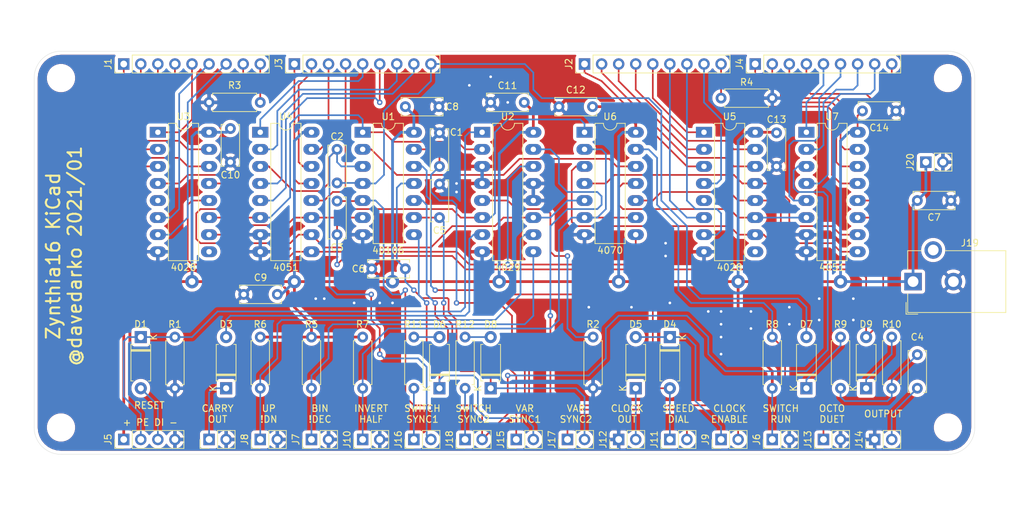
<source format=kicad_pcb>
(kicad_pcb (version 20171130) (host pcbnew 5.1.9-73d0e3b20d~88~ubuntu18.04.1)
  (layers (0 F.Cu signal) (31 B.Cu signal) (34 B.Paste user) (35 F.Paste user) (36 B.SilkS user) (37 F.SilkS user) (38 B.Mask user) (39 F.Mask user) (44 Edge.Cuts user))
  (net 0 "")
  (net 1 "Net-(J1-Pad4)")
  (net 2 "Net-(J1-Pad7)")
  (net 3 "Net-(J1-Pad2)")
  (net 4 "Net-(J1-Pad6)")
  (net 5 "Net-(U3-Pad5)")
  (net 6 "Net-(J1-Pad8)")
  (net 7 "Net-(J1-Pad1)")
  (net 8 "Net-(J1-Pad3)")
  (net 9 "Net-(U3-Pad9)")
  (net 10 "Net-(J1-Pad5)")
  (net 11 "Net-(J2-Pad4)")
  (net 12 "Net-(J2-Pad7)")
  (net 13 "Net-(J2-Pad2)")
  (net 14 "Net-(J2-Pad6)")
  (net 15 "Net-(U5-Pad5)")
  (net 16 "Net-(J2-Pad8)")
  (net 17 "Net-(J2-Pad1)")
  (net 18 "Net-(J2-Pad3)")
  (net 19 "Net-(U5-Pad9)")
  (net 20 "Net-(J2-Pad5)")
  (net 21 "Net-(J1-Pad9)")
  (net 22 "Net-(J2-Pad9)")
  (net 23 "Net-(J3-Pad8)")
  (net 24 "Net-(J3-Pad7)")
  (net 25 "Net-(J3-Pad6)")
  (net 26 "Net-(J3-Pad5)")
  (net 27 "Net-(J3-Pad4)")
  (net 28 "Net-(J3-Pad3)")
  (net 29 "Net-(J3-Pad2)")
  (net 30 "Net-(J3-Pad1)")
  (net 31 "Net-(J4-Pad8)")
  (net 32 "Net-(J4-Pad7)")
  (net 33 "Net-(J4-Pad6)")
  (net 34 "Net-(J4-Pad5)")
  (net 35 "Net-(J4-Pad4)")
  (net 36 "Net-(J4-Pad3)")
  (net 37 "Net-(J4-Pad2)")
  (net 38 "Net-(J4-Pad1)")
  (net 39 "Net-(D1-Pad2)")
  (net 40 "Net-(D1-Pad1)")
  (net 41 GND)
  (net 42 VCC)
  (net 43 "Net-(J7-Pad1)")
  (net 44 "Net-(J8-Pad1)")
  (net 45 "Net-(D3-Pad2)")
  (net 46 "Net-(D3-Pad1)")
  (net 47 "Net-(J10-Pad1)")
  (net 48 QD2)
  (net 49 QD1)
  (net 50 QC1)
  (net 51 QA1)
  (net 52 QB1)
  (net 53 QB2)
  (net 54 QC2)
  (net 55 QA2)
  (net 56 "Net-(C1-Pad1)")
  (net 57 "Net-(C2-Pad2)")
  (net 58 "Net-(C2-Pad1)")
  (net 59 "Net-(C3-Pad2)")
  (net 60 "Net-(C3-Pad1)")
  (net 61 "Net-(D4-Pad2)")
  (net 62 "Net-(D4-Pad1)")
  (net 63 "Net-(D5-Pad1)")
  (net 64 "Net-(J13-Pad1)")
  (net 65 "Net-(U1-Pad2)")
  (net 66 "Net-(C4-Pad2)")
  (net 67 "Net-(C4-Pad1)")
  (net 68 "Net-(C5-Pad2)")
  (net 69 "Net-(C6-Pad2)")
  (net 70 "Net-(D6-Pad2)")
  (net 71 "Net-(D6-Pad1)")
  (net 72 "Net-(D7-Pad1)")
  (net 73 "Net-(D8-Pad2)")
  (net 74 "Net-(D8-Pad1)")
  (net 75 "Net-(D9-Pad1)")
  (net 76 "Net-(J9-Pad2)")
  (net 77 "Net-(J16-Pad1)")
  (net 78 "Net-(J18-Pad1)")
  (net 79 "Net-(R2-Pad1)")
  (module Capacitor_THT:C_Disc_D6.0mm_W2.5mm_P5.00mm (layer F.Cu) (at 128.27 8.89 180)
    (fp_text reference C14 (at 2.5 -2.5) (layer F.SilkS))
    (fp_text value C)
    (pad 2 thru_hole circle (at 5 0 180) (size 1.6 1.6) (drill 0.8) (layers *.Cu *.Mask) (net 42 VCC))
    (pad 1 thru_hole circle (at 0 0 180) (size 1.6 1.6) (drill 0.8) (layers *.Cu *.Mask) (net 41 GND))
  )
  (module Capacitor_THT:C_Disc_D6.0mm_W2.5mm_P5.00mm (layer F.Cu) (at 110.49 17.145 90)
    (fp_text reference C13 (at 6.985 0 180) (layer F.SilkS))
    (fp_text value C)
    (pad 2 thru_hole circle (at 5 0 90) (size 1.6 1.6) (drill 0.8) (layers *.Cu *.Mask) (net 42 VCC))
    (pad 1 thru_hole circle (at 0 0 90) (size 1.6 1.6) (drill 0.8) (layers *.Cu *.Mask) (net 41 GND))
  )
  (module Capacitor_THT:C_Disc_D6.0mm_W2.5mm_P5.00mm (layer F.Cu) (at 78.105 8.255)
    (fp_text reference C12 (at 2.5 -2.5) (layer F.SilkS))
    (fp_text value C)
    (pad 2 thru_hole circle (at 5 0) (size 1.6 1.6) (drill 0.8) (layers *.Cu *.Mask) (net 42 VCC))
    (pad 1 thru_hole circle (at 0 0) (size 1.6 1.6) (drill 0.8) (layers *.Cu *.Mask) (net 41 GND))
  )
  (module Capacitor_THT:C_Disc_D6.0mm_W2.5mm_P5.00mm (layer F.Cu) (at 67.945 7.62)
    (fp_text reference C11 (at 2.5 -2.5) (layer F.SilkS))
    (fp_text value C)
    (pad 2 thru_hole circle (at 5 0) (size 1.6 1.6) (drill 0.8) (layers *.Cu *.Mask) (net 42 VCC))
    (pad 1 thru_hole circle (at 0 0) (size 1.6 1.6) (drill 0.8) (layers *.Cu *.Mask) (net 41 GND))
  )
  (module Capacitor_THT:C_Disc_D6.0mm_W2.5mm_P5.00mm (layer F.Cu) (at 29.21 16.51 90)
    (fp_text reference C10 (at -1.905 0 180) (layer F.SilkS))
    (fp_text value C)
    (pad 2 thru_hole circle (at 5 0 90) (size 1.6 1.6) (drill 0.8) (layers *.Cu *.Mask) (net 42 VCC))
    (pad 1 thru_hole circle (at 0 0 90) (size 1.6 1.6) (drill 0.8) (layers *.Cu *.Mask) (net 41 GND))
  )
  (module Capacitor_THT:C_Disc_D6.0mm_W2.5mm_P5.00mm (layer F.Cu) (at 31.195 36.195)
    (fp_text reference C9 (at 2.5 -2.5) (layer F.SilkS))
    (fp_text value C)
    (pad 2 thru_hole circle (at 5 0) (size 1.6 1.6) (drill 0.8) (layers *.Cu *.Mask) (net 42 VCC))
    (pad 1 thru_hole circle (at 0 0) (size 1.6 1.6) (drill 0.8) (layers *.Cu *.Mask) (net 41 GND))
  )
  (module Capacitor_THT:C_Disc_D6.0mm_W2.5mm_P5.00mm (layer F.Cu) (at 60.245 8.255 180)
    (fp_text reference C8 (at -1.985 0) (layer F.SilkS))
    (fp_text value C)
    (pad 2 thru_hole circle (at 5 0 180) (size 1.6 1.6) (drill 0.8) (layers *.Cu *.Mask) (net 42 VCC))
    (pad 1 thru_hole circle (at 0 0 180) (size 1.6 1.6) (drill 0.8) (layers *.Cu *.Mask) (net 41 GND))
  )
  (module Connector_BarrelJack:BarrelJack_CUI_PJ-102AH_Horizontal (layer F.Cu) (at 130.81 34.29 90)
    (fp_text reference J19 (at 5.75 8.45) (layer F.SilkS))
    (fp_text value Barrel_Jack)
    (pad 3 thru_hole circle (at 4.7 3 90) (size 2.6 2.6) (drill 1.6) (layers *.Cu *.Mask))
    (pad 2 thru_hole circle (at 0 6 90) (size 2.6 2.6) (drill 1.6) (layers *.Cu *.Mask) (net 41 GND))
    (pad 1 thru_hole rect (at 0 0 90) (size 2.6 2.6) (drill 1.6) (layers *.Cu *.Mask) (net 42 VCC))
  )
  (module Connector_PinHeader_2.54mm:PinHeader_1x02_P2.54mm_Vertical (layer F.Cu) (at 132.715 16.51 90)
    (fp_text reference J20 (at 0 -2.33 90) (layer F.SilkS))
    (fp_text value R_sync_pitch_2)
    (pad 2 thru_hole oval (at 0 2.54 90) (size 1.7 1.7) (drill 1) (layers *.Cu *.Mask) (net 41 GND))
    (pad 1 thru_hole rect (at 0 0 90) (size 1.7 1.7) (drill 1) (layers *.Cu *.Mask) (net 42 VCC))
  )
  (module Capacitor_THT:C_Disc_D6.0mm_W2.5mm_P5.00mm (layer F.Cu) (at 136.445 22.225 180)
    (fp_text reference C7 (at 2.5 -2.5) (layer F.SilkS))
    (fp_text value C)
    (pad 2 thru_hole circle (at 5 0 180) (size 1.6 1.6) (drill 0.8) (layers *.Cu *.Mask) (net 42 VCC))
    (pad 1 thru_hole circle (at 0 0 180) (size 1.6 1.6) (drill 0.8) (layers *.Cu *.Mask) (net 41 GND))
  )
  (module Package_DIP:DIP-16_W7.62mm_LongPads (layer F.Cu) (at 18.415 12.065)
    (fp_text reference U3 (at 3.81 -2.33) (layer F.SilkS))
    (fp_text value 4028 (at 3.81 20.11) (layer F.SilkS))
    (pad 16 thru_hole oval (at 7.62 0) (size 2.4 1.6) (drill 0.8) (layers *.Cu *.Mask) (net 42 VCC))
    (pad 8 thru_hole oval (at 0 17.78) (size 2.4 1.6) (drill 0.8) (layers *.Cu *.Mask) (net 41 GND))
    (pad 15 thru_hole oval (at 7.62 2.54) (size 2.4 1.6) (drill 0.8) (layers *.Cu *.Mask) (net 1 "Net-(J1-Pad4)"))
    (pad 7 thru_hole oval (at 0 15.24) (size 2.4 1.6) (drill 0.8) (layers *.Cu *.Mask) (net 2 "Net-(J1-Pad7)"))
    (pad 14 thru_hole oval (at 7.62 5.08) (size 2.4 1.6) (drill 0.8) (layers *.Cu *.Mask) (net 3 "Net-(J1-Pad2)"))
    (pad 6 thru_hole oval (at 0 12.7) (size 2.4 1.6) (drill 0.8) (layers *.Cu *.Mask) (net 4 "Net-(J1-Pad6)"))
    (pad 13 thru_hole oval (at 7.62 7.62) (size 2.4 1.6) (drill 0.8) (layers *.Cu *.Mask) (net 52 QB1))
    (pad 5 thru_hole oval (at 0 10.16) (size 2.4 1.6) (drill 0.8) (layers *.Cu *.Mask) (net 5 "Net-(U3-Pad5)"))
    (pad 12 thru_hole oval (at 7.62 10.16) (size 2.4 1.6) (drill 0.8) (layers *.Cu *.Mask) (net 50 QC1))
    (pad 4 thru_hole oval (at 0 7.62) (size 2.4 1.6) (drill 0.8) (layers *.Cu *.Mask) (net 6 "Net-(J1-Pad8)"))
    (pad 11 thru_hole oval (at 7.62 12.7) (size 2.4 1.6) (drill 0.8) (layers *.Cu *.Mask) (net 49 QD1))
    (pad 3 thru_hole oval (at 0 5.08) (size 2.4 1.6) (drill 0.8) (layers *.Cu *.Mask) (net 7 "Net-(J1-Pad1)"))
    (pad 10 thru_hole oval (at 7.62 15.24) (size 2.4 1.6) (drill 0.8) (layers *.Cu *.Mask) (net 51 QA1))
    (pad 2 thru_hole oval (at 0 2.54) (size 2.4 1.6) (drill 0.8) (layers *.Cu *.Mask) (net 8 "Net-(J1-Pad3)"))
    (pad 9 thru_hole oval (at 7.62 17.78) (size 2.4 1.6) (drill 0.8) (layers *.Cu *.Mask) (net 9 "Net-(U3-Pad9)"))
    (pad 1 thru_hole rect (at 0 0) (size 2.4 1.6) (drill 0.8) (layers *.Cu *.Mask) (net 10 "Net-(J1-Pad5)"))
  )
  (module Package_DIP:DIP-14_W7.62mm_LongPads (layer F.Cu) (at 81.915 12.065)
    (fp_text reference U6 (at 3.81 -2.33) (layer F.SilkS))
    (fp_text value 4070 (at 3.81 17.57) (layer F.SilkS))
    (pad 14 thru_hole oval (at 7.62 0) (size 2.4 1.6) (drill 0.8) (layers *.Cu *.Mask) (net 42 VCC))
    (pad 7 thru_hole oval (at 0 15.24) (size 2.4 1.6) (drill 0.8) (layers *.Cu *.Mask) (net 41 GND))
    (pad 13 thru_hole oval (at 7.62 2.54) (size 2.4 1.6) (drill 0.8) (layers *.Cu *.Mask) (net 64 "Net-(J13-Pad1)"))
    (pad 6 thru_hole oval (at 0 12.7) (size 2.4 1.6) (drill 0.8) (layers *.Cu *.Mask) (net 47 "Net-(J10-Pad1)"))
    (pad 12 thru_hole oval (at 7.62 5.08) (size 2.4 1.6) (drill 0.8) (layers *.Cu *.Mask) (net 65 "Net-(U1-Pad2)"))
    (pad 5 thru_hole oval (at 0 10.16) (size 2.4 1.6) (drill 0.8) (layers *.Cu *.Mask) (net 52 QB1))
    (pad 11 thru_hole oval (at 7.62 7.62) (size 2.4 1.6) (drill 0.8) (layers *.Cu *.Mask) (net 48 QD2))
    (pad 4 thru_hole oval (at 0 7.62) (size 2.4 1.6) (drill 0.8) (layers *.Cu *.Mask) (net 53 QB2))
    (pad 10 thru_hole oval (at 7.62 10.16) (size 2.4 1.6) (drill 0.8) (layers *.Cu *.Mask) (net 54 QC2))
    (pad 3 thru_hole oval (at 0 5.08) (size 2.4 1.6) (drill 0.8) (layers *.Cu *.Mask) (net 55 QA2))
    (pad 9 thru_hole oval (at 7.62 12.7) (size 2.4 1.6) (drill 0.8) (layers *.Cu *.Mask) (net 47 "Net-(J10-Pad1)"))
    (pad 2 thru_hole oval (at 0 2.54) (size 2.4 1.6) (drill 0.8) (layers *.Cu *.Mask) (net 47 "Net-(J10-Pad1)"))
    (pad 8 thru_hole oval (at 7.62 15.24) (size 2.4 1.6) (drill 0.8) (layers *.Cu *.Mask) (net 50 QC1))
    (pad 1 thru_hole rect (at 0 0) (size 2.4 1.6) (drill 0.8) (layers *.Cu *.Mask) (net 51 QA1))
  )
  (module MountingHole:MountingHole_3.2mm_M3 (layer F.Cu) (at 136 56)
    (fp_text reference H4 hide)
    (fp_text value MountingHole)
    (pad 1 np_thru_hole circle (at 0 0) (size 3.2 3.2) (drill 3.2) (layers *.Cu *.Mask))
  )
  (module MountingHole:MountingHole_3.2mm_M3 (layer F.Cu) (at 4 56)
    (fp_text reference H3 hide)
    (fp_text value MountingHole)
    (pad 1 np_thru_hole circle (at 0 0) (size 3.2 3.2) (drill 3.2) (layers *.Cu *.Mask))
  )
  (module MountingHole:MountingHole_3.2mm_M3 (layer F.Cu) (at 136 4)
    (fp_text reference H2 hide)
    (fp_text value MountingHole)
    (pad 1 np_thru_hole circle (at 0 0) (size 3.2 3.2) (drill 3.2) (layers *.Cu *.Mask))
  )
  (module MountingHole:MountingHole_3.2mm_M3 (layer F.Cu) (at 4 4)
    (fp_text reference H1 hide)
    (fp_text value MountingHole)
    (pad 1 np_thru_hole circle (at 0 0) (size 3.2 3.2) (drill 3.2) (layers *.Cu *.Mask))
  )
  (module Connector_PinHeader_2.54mm:PinHeader_1x02_P2.54mm_Vertical (layer F.Cu) (at 109.855 57.785 90)
    (fp_text reference J6 (at 0 -2.33 90) (layer F.SilkS))
    (fp_text value SW_run)
    (pad 2 thru_hole oval (at 0 2.54 90) (size 1.7 1.7) (drill 1) (layers *.Cu *.Mask) (net 41 GND))
    (pad 1 thru_hole rect (at 0 0 90) (size 1.7 1.7) (drill 1) (layers *.Cu *.Mask) (net 42 VCC))
  )
  (module Resistor_THT:R_Axial_DIN0207_L6.3mm_D2.5mm_P7.62mm_Horizontal (layer F.Cu) (at 64.135 50.165 90)
    (fp_text reference R12 (at 9.525 0 180) (layer F.SilkS))
    (fp_text value R)
    (pad 2 thru_hole oval (at 7.62 0 90) (size 1.6 1.6) (drill 0.8) (layers *.Cu *.Mask) (net 73 "Net-(D8-Pad2)"))
    (pad 1 thru_hole circle (at 0 0 90) (size 1.6 1.6) (drill 0.8) (layers *.Cu *.Mask) (net 78 "Net-(J18-Pad1)"))
  )
  (module Resistor_THT:R_Axial_DIN0207_L6.3mm_D2.5mm_P7.62mm_Horizontal (layer F.Cu) (at 56.515 50.165 90)
    (fp_text reference R11 (at 9.525 0 180) (layer F.SilkS))
    (fp_text value R)
    (pad 2 thru_hole oval (at 7.62 0 90) (size 1.6 1.6) (drill 0.8) (layers *.Cu *.Mask) (net 70 "Net-(D6-Pad2)"))
    (pad 1 thru_hole circle (at 0 0 90) (size 1.6 1.6) (drill 0.8) (layers *.Cu *.Mask) (net 77 "Net-(J16-Pad1)"))
  )
  (module Connector_PinHeader_2.54mm:PinHeader_1x02_P2.54mm_Vertical (layer F.Cu) (at 64.135 57.785 90)
    (fp_text reference J18 (at 0 -2.33 90) (layer F.SilkS))
    (fp_text value SW_sync_2)
    (pad 2 thru_hole oval (at 0 2.54 90) (size 1.7 1.7) (drill 1) (layers *.Cu *.Mask) (net 60 "Net-(C3-Pad1)"))
    (pad 1 thru_hole rect (at 0 0 90) (size 1.7 1.7) (drill 1) (layers *.Cu *.Mask) (net 78 "Net-(J18-Pad1)"))
  )
  (module Connector_PinHeader_2.54mm:PinHeader_1x02_P2.54mm_Vertical (layer F.Cu) (at 79.375 57.785 90)
    (fp_text reference J17 (at 0 -2.33 90) (layer F.SilkS))
    (fp_text value R_sync_pitch_2)
    (pad 2 thru_hole oval (at 0 2.54 90) (size 1.7 1.7) (drill 1) (layers *.Cu *.Mask) (net 74 "Net-(D8-Pad1)"))
    (pad 1 thru_hole rect (at 0 0 90) (size 1.7 1.7) (drill 1) (layers *.Cu *.Mask) (net 69 "Net-(C6-Pad2)"))
  )
  (module Connector_PinHeader_2.54mm:PinHeader_1x02_P2.54mm_Vertical (layer F.Cu) (at 56.515 57.785 90)
    (fp_text reference J16 (at 0 -2.33 90) (layer F.SilkS))
    (fp_text value SW_sync_1)
    (pad 2 thru_hole oval (at 0 2.54 90) (size 1.7 1.7) (drill 1) (layers *.Cu *.Mask) (net 58 "Net-(C2-Pad1)"))
    (pad 1 thru_hole rect (at 0 0 90) (size 1.7 1.7) (drill 1) (layers *.Cu *.Mask) (net 77 "Net-(J16-Pad1)"))
  )
  (module Connector_PinHeader_2.54mm:PinHeader_1x02_P2.54mm_Vertical (layer F.Cu) (at 71.755 57.785 90)
    (fp_text reference J15 (at 0 -2.33 90) (layer F.SilkS))
    (fp_text value R_sync_pitch_1)
    (pad 2 thru_hole oval (at 0 2.54 90) (size 1.7 1.7) (drill 1) (layers *.Cu *.Mask) (net 71 "Net-(D6-Pad1)"))
    (pad 1 thru_hole rect (at 0 0 90) (size 1.7 1.7) (drill 1) (layers *.Cu *.Mask) (net 68 "Net-(C5-Pad2)"))
  )
  (module Connector_PinHeader_2.54mm:PinHeader_1x02_P2.54mm_Vertical (layer F.Cu) (at 102.235 57.785 90)
    (fp_text reference J9 (at 0 -2.33 90) (layer F.SilkS))
    (fp_text value SW_clock_source)
    (pad 2 thru_hole oval (at 0 2.54 90) (size 1.7 1.7) (drill 1) (layers *.Cu *.Mask) (net 76 "Net-(J9-Pad2)"))
    (pad 1 thru_hole rect (at 0 0 90) (size 1.7 1.7) (drill 1) (layers *.Cu *.Mask) (net 62 "Net-(D4-Pad1)"))
  )
  (module Diode_THT:D_A-405_P7.62mm_Horizontal (layer F.Cu) (at 123.825 50.165 90)
    (fp_text reference D9 (at 9.525 0 180) (layer F.SilkS))
    (fp_text value D)
    (fp_text user K (at 0 -1.9 90) (layer F.SilkS))
    (pad 2 thru_hole oval (at 7.62 0 90) (size 1.8 1.8) (drill 0.9) (layers *.Cu *.Mask) (net 59 "Net-(C3-Pad2)"))
    (pad 1 thru_hole rect (at 0 0 90) (size 1.8 1.8) (drill 0.9) (layers *.Cu *.Mask) (net 75 "Net-(D9-Pad1)"))
  )
  (module Diode_THT:D_A-405_P7.62mm_Horizontal (layer F.Cu) (at 67.945 50.165 90)
    (fp_text reference D8 (at 9.525 0 180) (layer F.SilkS))
    (fp_text value D)
    (fp_text user K (at 0 -1.9 90) (layer F.SilkS))
    (pad 2 thru_hole oval (at 7.62 0 90) (size 1.8 1.8) (drill 0.9) (layers *.Cu *.Mask) (net 73 "Net-(D8-Pad2)"))
    (pad 1 thru_hole rect (at 0 0 90) (size 1.8 1.8) (drill 0.9) (layers *.Cu *.Mask) (net 74 "Net-(D8-Pad1)"))
  )
  (module Diode_THT:D_A-405_P7.62mm_Horizontal (layer F.Cu) (at 114.935 50.165 90)
    (fp_text reference D7 (at 9.525 0 180) (layer F.SilkS))
    (fp_text value D)
    (fp_text user K (at 0 -1.9 90) (layer F.SilkS))
    (pad 2 thru_hole oval (at 7.62 0 90) (size 1.8 1.8) (drill 0.9) (layers *.Cu *.Mask) (net 57 "Net-(C2-Pad2)"))
    (pad 1 thru_hole rect (at 0 0 90) (size 1.8 1.8) (drill 0.9) (layers *.Cu *.Mask) (net 72 "Net-(D7-Pad1)"))
  )
  (module Diode_THT:D_A-405_P7.62mm_Horizontal (layer F.Cu) (at 60.325 50.165 90)
    (fp_text reference D6 (at 9.525 0 180) (layer F.SilkS))
    (fp_text value D)
    (fp_text user K (at 0 -1.9 90) (layer F.SilkS))
    (pad 2 thru_hole oval (at 7.62 0 90) (size 1.8 1.8) (drill 0.9) (layers *.Cu *.Mask) (net 70 "Net-(D6-Pad2)"))
    (pad 1 thru_hole rect (at 0 0 90) (size 1.8 1.8) (drill 0.9) (layers *.Cu *.Mask) (net 71 "Net-(D6-Pad1)"))
  )
  (module Capacitor_THT:C_Disc_D6.0mm_W2.5mm_P5.00mm (layer F.Cu) (at 50.245 32.385)
    (fp_text reference C6 (at -1.985 0) (layer F.SilkS))
    (fp_text value C)
    (pad 2 thru_hole circle (at 5 0) (size 1.6 1.6) (drill 0.8) (layers *.Cu *.Mask) (net 69 "Net-(C6-Pad2)"))
    (pad 1 thru_hole circle (at 0 0) (size 1.6 1.6) (drill 0.8) (layers *.Cu *.Mask) (net 41 GND))
  )
  (module Capacitor_THT:C_Disc_D6.0mm_W2.5mm_P5.00mm (layer F.Cu) (at 60.325 19.765 270)
    (fp_text reference C5 (at 6.905 0 180) (layer F.SilkS))
    (fp_text value C)
    (pad 2 thru_hole circle (at 5 0 270) (size 1.6 1.6) (drill 0.8) (layers *.Cu *.Mask) (net 68 "Net-(C5-Pad2)"))
    (pad 1 thru_hole circle (at 0 0 270) (size 1.6 1.6) (drill 0.8) (layers *.Cu *.Mask) (net 41 GND))
  )
  (module Connector_PinHeader_2.54mm:PinHeader_1x02_P2.54mm_Vertical (layer F.Cu) (at 125.095 57.785 90)
    (fp_text reference J14 (at 0 -2.33 90) (layer F.SilkS))
    (fp_text value OUT_OUT)
    (pad 2 thru_hole oval (at 0 2.54 90) (size 1.7 1.7) (drill 1) (layers *.Cu *.Mask) (net 67 "Net-(C4-Pad1)"))
    (pad 1 thru_hole rect (at 0 0 90) (size 1.7 1.7) (drill 1) (layers *.Cu *.Mask) (net 41 GND))
  )
  (module Capacitor_THT:C_Disc_D6.0mm_W2.5mm_P5.00mm (layer F.Cu) (at 131.445 50.165 90)
    (fp_text reference C4 (at 7.62 0 180) (layer F.SilkS))
    (fp_text value C)
    (pad 2 thru_hole circle (at 5 0 90) (size 1.6 1.6) (drill 0.8) (layers *.Cu *.Mask) (net 66 "Net-(C4-Pad2)"))
    (pad 1 thru_hole circle (at 0 0 90) (size 1.6 1.6) (drill 0.8) (layers *.Cu *.Mask) (net 67 "Net-(C4-Pad1)"))
  )
  (module Resistor_THT:R_Axial_DIN0207_L6.3mm_D2.5mm_P7.62mm_Horizontal (layer F.Cu) (at 127.635 42.545 270)
    (fp_text reference R10 (at -1.905 0 180) (layer F.SilkS))
    (fp_text value R)
    (pad 2 thru_hole oval (at 7.62 0 270) (size 1.6 1.6) (drill 0.8) (layers *.Cu *.Mask) (net 66 "Net-(C4-Pad2)"))
    (pad 1 thru_hole circle (at 0 0 270) (size 1.6 1.6) (drill 0.8) (layers *.Cu *.Mask) (net 75 "Net-(D9-Pad1)"))
  )
  (module Resistor_THT:R_Axial_DIN0207_L6.3mm_D2.5mm_P7.62mm_Horizontal (layer F.Cu) (at 120.015 42.545 270)
    (fp_text reference R9 (at -1.905 0 180) (layer F.SilkS))
    (fp_text value R)
    (pad 2 thru_hole oval (at 7.62 0 270) (size 1.6 1.6) (drill 0.8) (layers *.Cu *.Mask) (net 66 "Net-(C4-Pad2)"))
    (pad 1 thru_hole circle (at 0 0 270) (size 1.6 1.6) (drill 0.8) (layers *.Cu *.Mask) (net 72 "Net-(D7-Pad1)"))
  )
  (module Resistor_THT:R_Axial_DIN0207_L6.3mm_D2.5mm_P7.62mm_Horizontal (layer F.Cu) (at 109.855 42.545 270)
    (fp_text reference R8 (at -1.905 0 180) (layer F.SilkS))
    (fp_text value R)
    (pad 2 thru_hole oval (at 7.62 0 270) (size 1.6 1.6) (drill 0.8) (layers *.Cu *.Mask) (net 42 VCC))
    (pad 1 thru_hole circle (at 0 0 270) (size 1.6 1.6) (drill 0.8) (layers *.Cu *.Mask) (net 64 "Net-(J13-Pad1)"))
  )
  (module Connector_PinHeader_2.54mm:PinHeader_1x02_P2.54mm_Vertical (layer F.Cu) (at 117.475 57.785 90)
    (fp_text reference J13 (at 0 -2.33 90) (layer F.SilkS))
    (fp_text value SW_dual8_hex)
    (pad 2 thru_hole oval (at 0 2.54 90) (size 1.7 1.7) (drill 1) (layers *.Cu *.Mask) (net 41 GND))
    (pad 1 thru_hole rect (at 0 0 90) (size 1.7 1.7) (drill 1) (layers *.Cu *.Mask) (net 64 "Net-(J13-Pad1)"))
  )
  (module Connector_PinHeader_2.54mm:PinHeader_1x02_P2.54mm_Vertical (layer F.Cu) (at 86.995 57.785 90)
    (fp_text reference J12 (at 0 -2.33 90) (layer F.SilkS))
    (fp_text value OUT_clock)
    (pad 2 thru_hole oval (at 0 2.54 90) (size 1.7 1.7) (drill 1) (layers *.Cu *.Mask) (net 63 "Net-(D5-Pad1)"))
    (pad 1 thru_hole rect (at 0 0 90) (size 1.7 1.7) (drill 1) (layers *.Cu *.Mask) (net 41 GND))
  )
  (module Connector_PinHeader_2.54mm:PinHeader_1x02_P2.54mm_Vertical (layer F.Cu) (at 94.615 57.785 90)
    (fp_text reference J11 (at 0 -2.33 90) (layer F.SilkS))
    (fp_text value R_clock)
    (pad 2 thru_hole oval (at 0 2.54 90) (size 1.7 1.7) (drill 1) (layers *.Cu *.Mask) (net 56 "Net-(C1-Pad1)"))
    (pad 1 thru_hole rect (at 0 0 90) (size 1.7 1.7) (drill 1) (layers *.Cu *.Mask) (net 61 "Net-(D4-Pad2)"))
  )
  (module Diode_THT:D_A-405_P7.62mm_Horizontal (layer F.Cu) (at 89.535 50.165 90)
    (fp_text reference D5 (at 9.525 0 180) (layer F.SilkS))
    (fp_text value D)
    (fp_text user K (at 0 -1.9 90) (layer F.SilkS))
    (pad 2 thru_hole oval (at 7.62 0 90) (size 1.8 1.8) (drill 0.9) (layers *.Cu *.Mask) (net 62 "Net-(D4-Pad1)"))
    (pad 1 thru_hole rect (at 0 0 90) (size 1.8 1.8) (drill 0.9) (layers *.Cu *.Mask) (net 63 "Net-(D5-Pad1)"))
  )
  (module Diode_THT:D_A-405_P7.62mm_Horizontal (layer F.Cu) (at 94.615 42.545 270)
    (fp_text reference D4 (at -1.905 0 180) (layer F.SilkS))
    (fp_text value D)
    (fp_text user K (at 0 -1.9 90) (layer F.SilkS))
    (pad 2 thru_hole oval (at 7.62 0 270) (size 1.8 1.8) (drill 0.9) (layers *.Cu *.Mask) (net 61 "Net-(D4-Pad2)"))
    (pad 1 thru_hole rect (at 0 0 270) (size 1.8 1.8) (drill 0.9) (layers *.Cu *.Mask) (net 62 "Net-(D4-Pad1)"))
  )
  (module Capacitor_THT:C_Disc_D6.0mm_W2.5mm_P5.00mm (layer F.Cu) (at 45.085 22.305 270)
    (fp_text reference C3 (at 6.905 0 180) (layer F.SilkS))
    (fp_text value C)
    (pad 2 thru_hole circle (at 5 0 270) (size 1.6 1.6) (drill 0.8) (layers *.Cu *.Mask) (net 59 "Net-(C3-Pad2)"))
    (pad 1 thru_hole circle (at 0 0 270) (size 1.6 1.6) (drill 0.8) (layers *.Cu *.Mask) (net 60 "Net-(C3-Pad1)"))
  )
  (module Capacitor_THT:C_Disc_D6.0mm_W2.5mm_P5.00mm (layer F.Cu) (at 45.085 14.605 270)
    (fp_text reference C2 (at -1.905 0 180) (layer F.SilkS))
    (fp_text value C)
    (pad 2 thru_hole circle (at 5 0 270) (size 1.6 1.6) (drill 0.8) (layers *.Cu *.Mask) (net 57 "Net-(C2-Pad2)"))
    (pad 1 thru_hole circle (at 0 0 270) (size 1.6 1.6) (drill 0.8) (layers *.Cu *.Mask) (net 58 "Net-(C2-Pad1)"))
  )
  (module Capacitor_THT:C_Disc_D6.0mm_W2.5mm_P5.00mm (layer F.Cu) (at 60.325 17.145 90)
    (fp_text reference C1 (at 5.08 2.54 180) (layer F.SilkS))
    (fp_text value C)
    (pad 2 thru_hole circle (at 5 0 90) (size 1.6 1.6) (drill 0.8) (layers *.Cu *.Mask) (net 41 GND))
    (pad 1 thru_hole circle (at 0 0 90) (size 1.6 1.6) (drill 0.8) (layers *.Cu *.Mask) (net 56 "Net-(C1-Pad1)"))
  )
  (module Connector_PinHeader_2.54mm:PinHeader_1x02_P2.54mm_Vertical (layer F.Cu) (at 48.895 57.785 90)
    (fp_text reference J10 (at 0 -2.33 90) (layer F.SilkS))
    (fp_text value SW_half_inverter)
    (pad 2 thru_hole oval (at 0 2.54 90) (size 1.7 1.7) (drill 1) (layers *.Cu *.Mask) (net 41 GND))
    (pad 1 thru_hole rect (at 0 0 90) (size 1.7 1.7) (drill 1) (layers *.Cu *.Mask) (net 47 "Net-(J10-Pad1)"))
  )
  (module Connector_PinHeader_2.54mm:PinHeader_1x02_P2.54mm_Vertical (layer F.Cu) (at 26.035 57.785 90)
    (fp_text reference OUT_CARRY_OUT1 hide)
    (fp_text value Conn_01x02_Male)
    (pad 2 thru_hole oval (at 0 2.54 90) (size 1.7 1.7) (drill 1) (layers *.Cu *.Mask) (net 41 GND))
    (pad 1 thru_hole rect (at 0 0 90) (size 1.7 1.7) (drill 1) (layers *.Cu *.Mask) (net 46 "Net-(D3-Pad1)"))
  )
  (module Connector_PinHeader_2.54mm:PinHeader_1x02_P2.54mm_Vertical (layer F.Cu) (at 33.655 57.785 90)
    (fp_text reference J8 (at 0 -2.33 90) (layer F.SilkS))
    (fp_text value SW_UP_DN)
    (pad 2 thru_hole oval (at 0 2.54 90) (size 1.7 1.7) (drill 1) (layers *.Cu *.Mask) (net 41 GND))
    (pad 1 thru_hole rect (at 0 0 90) (size 1.7 1.7) (drill 1) (layers *.Cu *.Mask) (net 44 "Net-(J8-Pad1)"))
  )
  (module Connector_PinHeader_2.54mm:PinHeader_1x02_P2.54mm_Vertical (layer F.Cu) (at 41.275 57.785 90)
    (fp_text reference J7 (at 0 -2.33 90) (layer F.SilkS))
    (fp_text value SW_BIN_DEC)
    (pad 2 thru_hole oval (at 0 2.54 90) (size 1.7 1.7) (drill 1) (layers *.Cu *.Mask) (net 41 GND))
    (pad 1 thru_hole rect (at 0 0 90) (size 1.7 1.7) (drill 1) (layers *.Cu *.Mask) (net 43 "Net-(J7-Pad1)"))
  )
  (module Connector_PinHeader_2.54mm:PinHeader_1x04_P2.54mm_Vertical (layer F.Cu) (at 13.335 57.785 90)
    (fp_text reference J5 (at 0 -2.33 90) (layer F.SilkS))
    (fp_text value Conn_01x04_Male)
    (pad 4 thru_hole oval (at 0 7.62 90) (size 1.7 1.7) (drill 1) (layers *.Cu *.Mask) (net 41 GND))
    (pad 3 thru_hole oval (at 0 5.08 90) (size 1.7 1.7) (drill 1) (layers *.Cu *.Mask) (net 39 "Net-(D1-Pad2)"))
    (pad 2 thru_hole oval (at 0 2.54 90) (size 1.7 1.7) (drill 1) (layers *.Cu *.Mask) (net 40 "Net-(D1-Pad1)"))
    (pad 1 thru_hole rect (at 0 0 90) (size 1.7 1.7) (drill 1) (layers *.Cu *.Mask) (net 42 VCC))
  )
  (module Connector_PinHeader_2.54mm:PinHeader_1x09_P2.54mm_Vertical (layer F.Cu) (at 107.315 1.905 90)
    (fp_text reference J4 (at 0 -2.33 90) (layer F.SilkS))
    (fp_text value Conn_01x09_Male)
    (pad 9 thru_hole oval (at 0 20.32 90) (size 1.7 1.7) (drill 1) (layers *.Cu *.Mask) (net 59 "Net-(C3-Pad2)"))
    (pad 8 thru_hole oval (at 0 17.78 90) (size 1.7 1.7) (drill 1) (layers *.Cu *.Mask) (net 31 "Net-(J4-Pad8)"))
    (pad 7 thru_hole oval (at 0 15.24 90) (size 1.7 1.7) (drill 1) (layers *.Cu *.Mask) (net 32 "Net-(J4-Pad7)"))
    (pad 6 thru_hole oval (at 0 12.7 90) (size 1.7 1.7) (drill 1) (layers *.Cu *.Mask) (net 33 "Net-(J4-Pad6)"))
    (pad 5 thru_hole oval (at 0 10.16 90) (size 1.7 1.7) (drill 1) (layers *.Cu *.Mask) (net 34 "Net-(J4-Pad5)"))
    (pad 4 thru_hole oval (at 0 7.62 90) (size 1.7 1.7) (drill 1) (layers *.Cu *.Mask) (net 35 "Net-(J4-Pad4)"))
    (pad 3 thru_hole oval (at 0 5.08 90) (size 1.7 1.7) (drill 1) (layers *.Cu *.Mask) (net 36 "Net-(J4-Pad3)"))
    (pad 2 thru_hole oval (at 0 2.54 90) (size 1.7 1.7) (drill 1) (layers *.Cu *.Mask) (net 37 "Net-(J4-Pad2)"))
    (pad 1 thru_hole rect (at 0 0 90) (size 1.7 1.7) (drill 1) (layers *.Cu *.Mask) (net 38 "Net-(J4-Pad1)"))
  )
  (module Connector_PinHeader_2.54mm:PinHeader_1x09_P2.54mm_Vertical (layer F.Cu) (at 38.735 1.905 90)
    (fp_text reference J3 (at 0 -2.33 90) (layer F.SilkS))
    (fp_text value Conn_01x09_Male)
    (pad 9 thru_hole oval (at 0 20.32 90) (size 1.7 1.7) (drill 1) (layers *.Cu *.Mask) (net 57 "Net-(C2-Pad2)"))
    (pad 8 thru_hole oval (at 0 17.78 90) (size 1.7 1.7) (drill 1) (layers *.Cu *.Mask) (net 23 "Net-(J3-Pad8)"))
    (pad 7 thru_hole oval (at 0 15.24 90) (size 1.7 1.7) (drill 1) (layers *.Cu *.Mask) (net 24 "Net-(J3-Pad7)"))
    (pad 6 thru_hole oval (at 0 12.7 90) (size 1.7 1.7) (drill 1) (layers *.Cu *.Mask) (net 25 "Net-(J3-Pad6)"))
    (pad 5 thru_hole oval (at 0 10.16 90) (size 1.7 1.7) (drill 1) (layers *.Cu *.Mask) (net 26 "Net-(J3-Pad5)"))
    (pad 4 thru_hole oval (at 0 7.62 90) (size 1.7 1.7) (drill 1) (layers *.Cu *.Mask) (net 27 "Net-(J3-Pad4)"))
    (pad 3 thru_hole oval (at 0 5.08 90) (size 1.7 1.7) (drill 1) (layers *.Cu *.Mask) (net 28 "Net-(J3-Pad3)"))
    (pad 2 thru_hole oval (at 0 2.54 90) (size 1.7 1.7) (drill 1) (layers *.Cu *.Mask) (net 29 "Net-(J3-Pad2)"))
    (pad 1 thru_hole rect (at 0 0 90) (size 1.7 1.7) (drill 1) (layers *.Cu *.Mask) (net 30 "Net-(J3-Pad1)"))
  )
  (module Connector_PinHeader_2.54mm:PinHeader_1x09_P2.54mm_Vertical (layer F.Cu) (at 81.915 1.905 90)
    (fp_text reference J2 (at 0 -2.33 90) (layer F.SilkS))
    (fp_text value Conn_01x09_Male)
    (pad 9 thru_hole oval (at 0 20.32 90) (size 1.7 1.7) (drill 1) (layers *.Cu *.Mask) (net 22 "Net-(J2-Pad9)"))
    (pad 8 thru_hole oval (at 0 17.78 90) (size 1.7 1.7) (drill 1) (layers *.Cu *.Mask) (net 16 "Net-(J2-Pad8)"))
    (pad 7 thru_hole oval (at 0 15.24 90) (size 1.7 1.7) (drill 1) (layers *.Cu *.Mask) (net 12 "Net-(J2-Pad7)"))
    (pad 6 thru_hole oval (at 0 12.7 90) (size 1.7 1.7) (drill 1) (layers *.Cu *.Mask) (net 14 "Net-(J2-Pad6)"))
    (pad 5 thru_hole oval (at 0 10.16 90) (size 1.7 1.7) (drill 1) (layers *.Cu *.Mask) (net 20 "Net-(J2-Pad5)"))
    (pad 4 thru_hole oval (at 0 7.62 90) (size 1.7 1.7) (drill 1) (layers *.Cu *.Mask) (net 11 "Net-(J2-Pad4)"))
    (pad 3 thru_hole oval (at 0 5.08 90) (size 1.7 1.7) (drill 1) (layers *.Cu *.Mask) (net 18 "Net-(J2-Pad3)"))
    (pad 2 thru_hole oval (at 0 2.54 90) (size 1.7 1.7) (drill 1) (layers *.Cu *.Mask) (net 13 "Net-(J2-Pad2)"))
    (pad 1 thru_hole rect (at 0 0 90) (size 1.7 1.7) (drill 1) (layers *.Cu *.Mask) (net 17 "Net-(J2-Pad1)"))
  )
  (module Connector_PinHeader_2.54mm:PinHeader_1x09_P2.54mm_Vertical (layer F.Cu) (at 13.335 1.905 90)
    (fp_text reference J1 (at 0 -2.33 90) (layer F.SilkS))
    (fp_text value Conn_01x09_Male)
    (pad 9 thru_hole oval (at 0 20.32 90) (size 1.7 1.7) (drill 1) (layers *.Cu *.Mask) (net 21 "Net-(J1-Pad9)"))
    (pad 8 thru_hole oval (at 0 17.78 90) (size 1.7 1.7) (drill 1) (layers *.Cu *.Mask) (net 6 "Net-(J1-Pad8)"))
    (pad 7 thru_hole oval (at 0 15.24 90) (size 1.7 1.7) (drill 1) (layers *.Cu *.Mask) (net 2 "Net-(J1-Pad7)"))
    (pad 6 thru_hole oval (at 0 12.7 90) (size 1.7 1.7) (drill 1) (layers *.Cu *.Mask) (net 4 "Net-(J1-Pad6)"))
    (pad 5 thru_hole oval (at 0 10.16 90) (size 1.7 1.7) (drill 1) (layers *.Cu *.Mask) (net 10 "Net-(J1-Pad5)"))
    (pad 4 thru_hole oval (at 0 7.62 90) (size 1.7 1.7) (drill 1) (layers *.Cu *.Mask) (net 1 "Net-(J1-Pad4)"))
    (pad 3 thru_hole oval (at 0 5.08 90) (size 1.7 1.7) (drill 1) (layers *.Cu *.Mask) (net 8 "Net-(J1-Pad3)"))
    (pad 2 thru_hole oval (at 0 2.54 90) (size 1.7 1.7) (drill 1) (layers *.Cu *.Mask) (net 3 "Net-(J1-Pad2)"))
    (pad 1 thru_hole rect (at 0 0 90) (size 1.7 1.7) (drill 1) (layers *.Cu *.Mask) (net 7 "Net-(J1-Pad1)"))
  )
  (module Resistor_THT:R_Axial_DIN0207_L6.3mm_D2.5mm_P7.62mm_Horizontal (layer F.Cu) (at 48.895 50.165 90)
    (fp_text reference R7 (at 9.525 0 180) (layer F.SilkS))
    (fp_text value R)
    (pad 2 thru_hole oval (at 7.62 0 90) (size 1.6 1.6) (drill 0.8) (layers *.Cu *.Mask) (net 42 VCC))
    (pad 1 thru_hole circle (at 0 0 90) (size 1.6 1.6) (drill 0.8) (layers *.Cu *.Mask) (net 47 "Net-(J10-Pad1)"))
  )
  (module Diode_THT:D_A-405_P7.62mm_Horizontal (layer F.Cu) (at 28.575 50.165 90)
    (fp_text reference D3 (at 9.525 0 180) (layer F.SilkS))
    (fp_text value D)
    (fp_text user K (at 0 -1.9 90) (layer F.SilkS))
    (pad 2 thru_hole oval (at 7.62 0 90) (size 1.8 1.8) (drill 0.9) (layers *.Cu *.Mask) (net 45 "Net-(D3-Pad2)"))
    (pad 1 thru_hole rect (at 0 0 90) (size 1.8 1.8) (drill 0.9) (layers *.Cu *.Mask) (net 46 "Net-(D3-Pad1)"))
  )
  (module Resistor_THT:R_Axial_DIN0207_L6.3mm_D2.5mm_P7.62mm_Horizontal (layer F.Cu) (at 33.655 50.165 90)
    (fp_text reference R6 (at 9.525 0 180) (layer F.SilkS))
    (fp_text value R)
    (pad 2 thru_hole oval (at 7.62 0 90) (size 1.6 1.6) (drill 0.8) (layers *.Cu *.Mask) (net 42 VCC))
    (pad 1 thru_hole circle (at 0 0 90) (size 1.6 1.6) (drill 0.8) (layers *.Cu *.Mask) (net 44 "Net-(J8-Pad1)"))
  )
  (module Resistor_THT:R_Axial_DIN0207_L6.3mm_D2.5mm_P7.62mm_Horizontal (layer F.Cu) (at 41.275 50.165 90)
    (fp_text reference R5 (at 9.525 0) (layer F.SilkS))
    (fp_text value R)
    (pad 2 thru_hole oval (at 7.62 0 90) (size 1.6 1.6) (drill 0.8) (layers *.Cu *.Mask) (net 42 VCC))
    (pad 1 thru_hole circle (at 0 0 90) (size 1.6 1.6) (drill 0.8) (layers *.Cu *.Mask) (net 43 "Net-(J7-Pad1)"))
  )
  (module Resistor_THT:R_Axial_DIN0207_L6.3mm_D2.5mm_P7.62mm_Horizontal (layer F.Cu) (at 102.235 6.985)
    (fp_text reference R4 (at 3.81 -2.37) (layer F.SilkS))
    (fp_text value R)
    (pad 2 thru_hole oval (at 7.62 0) (size 1.6 1.6) (drill 0.8) (layers *.Cu *.Mask) (net 41 GND))
    (pad 1 thru_hole circle (at 0 0) (size 1.6 1.6) (drill 0.8) (layers *.Cu *.Mask) (net 22 "Net-(J2-Pad9)"))
  )
  (module Resistor_THT:R_Axial_DIN0207_L6.3mm_D2.5mm_P7.62mm_Horizontal (layer F.Cu) (at 33.655 7.62 180)
    (fp_text reference R3 (at 3.81 2.54) (layer F.SilkS))
    (fp_text value R)
    (pad 2 thru_hole oval (at 7.62 0 180) (size 1.6 1.6) (drill 0.8) (layers *.Cu *.Mask) (net 41 GND))
    (pad 1 thru_hole circle (at 0 0 180) (size 1.6 1.6) (drill 0.8) (layers *.Cu *.Mask) (net 21 "Net-(J1-Pad9)"))
  )
  (module Resistor_THT:R_Axial_DIN0207_L6.3mm_D2.5mm_P7.62mm_Horizontal (layer F.Cu) (at 83.185 42.545 270)
    (fp_text reference R2 (at -1.905 0 180) (layer F.SilkS))
    (fp_text value R)
    (pad 2 thru_hole oval (at 7.62 0 270) (size 1.6 1.6) (drill 0.8) (layers *.Cu *.Mask) (net 41 GND))
    (pad 1 thru_hole circle (at 0 0 270) (size 1.6 1.6) (drill 0.8) (layers *.Cu *.Mask) (net 79 "Net-(R2-Pad1)"))
  )
  (module Resistor_THT:R_Axial_DIN0207_L6.3mm_D2.5mm_P7.62mm_Horizontal (layer F.Cu) (at 20.955 42.545 270)
    (fp_text reference R1 (at -1.905 0 180) (layer F.SilkS))
    (fp_text value R)
    (pad 2 thru_hole oval (at 7.62 0 270) (size 1.6 1.6) (drill 0.8) (layers *.Cu *.Mask) (net 41 GND))
    (pad 1 thru_hole circle (at 0 0 270) (size 1.6 1.6) (drill 0.8) (layers *.Cu *.Mask) (net 40 "Net-(D1-Pad1)"))
  )
  (module Diode_THT:D_A-405_P7.62mm_Horizontal (layer F.Cu) (at 15.875 42.545 270)
    (fp_text reference D1 (at -1.905 0 180) (layer F.SilkS))
    (fp_text value D)
    (fp_text user K (at 0 -1.9 90) (layer F.SilkS))
    (pad 2 thru_hole oval (at 7.62 0 270) (size 1.8 1.8) (drill 0.9) (layers *.Cu *.Mask) (net 39 "Net-(D1-Pad2)"))
    (pad 1 thru_hole rect (at 0 0 270) (size 1.8 1.8) (drill 0.9) (layers *.Cu *.Mask) (net 40 "Net-(D1-Pad1)"))
  )
  (module Package_DIP:DIP-16_W7.62mm_LongPads (layer F.Cu) (at 114.935 12.065)
    (fp_text reference U7 (at 3.81 -2.33) (layer F.SilkS))
    (fp_text value 4051 (at 3.81 20.11) (layer F.SilkS))
    (pad 16 thru_hole oval (at 7.62 0) (size 2.4 1.6) (drill 0.8) (layers *.Cu *.Mask) (net 42 VCC))
    (pad 8 thru_hole oval (at 0 17.78) (size 2.4 1.6) (drill 0.8) (layers *.Cu *.Mask) (net 41 GND))
    (pad 15 thru_hole oval (at 7.62 2.54) (size 2.4 1.6) (drill 0.8) (layers *.Cu *.Mask) (net 36 "Net-(J4-Pad3)"))
    (pad 7 thru_hole oval (at 0 15.24) (size 2.4 1.6) (drill 0.8) (layers *.Cu *.Mask) (net 41 GND))
    (pad 14 thru_hole oval (at 7.62 5.08) (size 2.4 1.6) (drill 0.8) (layers *.Cu *.Mask) (net 37 "Net-(J4-Pad2)"))
    (pad 6 thru_hole oval (at 0 12.7) (size 2.4 1.6) (drill 0.8) (layers *.Cu *.Mask) (net 48 QD2))
    (pad 13 thru_hole oval (at 7.62 7.62) (size 2.4 1.6) (drill 0.8) (layers *.Cu *.Mask) (net 38 "Net-(J4-Pad1)"))
    (pad 5 thru_hole oval (at 0 10.16) (size 2.4 1.6) (drill 0.8) (layers *.Cu *.Mask) (net 33 "Net-(J4-Pad6)"))
    (pad 12 thru_hole oval (at 7.62 10.16) (size 2.4 1.6) (drill 0.8) (layers *.Cu *.Mask) (net 35 "Net-(J4-Pad4)"))
    (pad 4 thru_hole oval (at 0 7.62) (size 2.4 1.6) (drill 0.8) (layers *.Cu *.Mask) (net 31 "Net-(J4-Pad8)"))
    (pad 11 thru_hole oval (at 7.62 12.7) (size 2.4 1.6) (drill 0.8) (layers *.Cu *.Mask) (net 55 QA2))
    (pad 3 thru_hole oval (at 0 5.08) (size 2.4 1.6) (drill 0.8) (layers *.Cu *.Mask) (net 60 "Net-(C3-Pad1)"))
    (pad 10 thru_hole oval (at 7.62 15.24) (size 2.4 1.6) (drill 0.8) (layers *.Cu *.Mask) (net 53 QB2))
    (pad 2 thru_hole oval (at 0 2.54) (size 2.4 1.6) (drill 0.8) (layers *.Cu *.Mask) (net 32 "Net-(J4-Pad7)"))
    (pad 9 thru_hole oval (at 7.62 17.78) (size 2.4 1.6) (drill 0.8) (layers *.Cu *.Mask) (net 54 QC2))
    (pad 1 thru_hole rect (at 0 0) (size 2.4 1.6) (drill 0.8) (layers *.Cu *.Mask) (net 34 "Net-(J4-Pad5)"))
  )
  (module Package_DIP:DIP-16_W7.62mm_LongPads (layer F.Cu) (at 99.695 12.065)
    (fp_text reference U5 (at 3.81 -2.33) (layer F.SilkS))
    (fp_text value 4028 (at 3.81 20.11) (layer F.SilkS))
    (pad 16 thru_hole oval (at 7.62 0) (size 2.4 1.6) (drill 0.8) (layers *.Cu *.Mask) (net 42 VCC))
    (pad 8 thru_hole oval (at 0 17.78) (size 2.4 1.6) (drill 0.8) (layers *.Cu *.Mask) (net 41 GND))
    (pad 15 thru_hole oval (at 7.62 2.54) (size 2.4 1.6) (drill 0.8) (layers *.Cu *.Mask) (net 11 "Net-(J2-Pad4)"))
    (pad 7 thru_hole oval (at 0 15.24) (size 2.4 1.6) (drill 0.8) (layers *.Cu *.Mask) (net 12 "Net-(J2-Pad7)"))
    (pad 14 thru_hole oval (at 7.62 5.08) (size 2.4 1.6) (drill 0.8) (layers *.Cu *.Mask) (net 13 "Net-(J2-Pad2)"))
    (pad 6 thru_hole oval (at 0 12.7) (size 2.4 1.6) (drill 0.8) (layers *.Cu *.Mask) (net 14 "Net-(J2-Pad6)"))
    (pad 13 thru_hole oval (at 7.62 7.62) (size 2.4 1.6) (drill 0.8) (layers *.Cu *.Mask) (net 53 QB2))
    (pad 5 thru_hole oval (at 0 10.16) (size 2.4 1.6) (drill 0.8) (layers *.Cu *.Mask) (net 15 "Net-(U5-Pad5)"))
    (pad 12 thru_hole oval (at 7.62 10.16) (size 2.4 1.6) (drill 0.8) (layers *.Cu *.Mask) (net 54 QC2))
    (pad 4 thru_hole oval (at 0 7.62) (size 2.4 1.6) (drill 0.8) (layers *.Cu *.Mask) (net 16 "Net-(J2-Pad8)"))
    (pad 11 thru_hole oval (at 7.62 12.7) (size 2.4 1.6) (drill 0.8) (layers *.Cu *.Mask) (net 48 QD2))
    (pad 3 thru_hole oval (at 0 5.08) (size 2.4 1.6) (drill 0.8) (layers *.Cu *.Mask) (net 17 "Net-(J2-Pad1)"))
    (pad 10 thru_hole oval (at 7.62 15.24) (size 2.4 1.6) (drill 0.8) (layers *.Cu *.Mask) (net 55 QA2))
    (pad 2 thru_hole oval (at 0 2.54) (size 2.4 1.6) (drill 0.8) (layers *.Cu *.Mask) (net 18 "Net-(J2-Pad3)"))
    (pad 9 thru_hole oval (at 7.62 17.78) (size 2.4 1.6) (drill 0.8) (layers *.Cu *.Mask) (net 19 "Net-(U5-Pad9)"))
    (pad 1 thru_hole rect (at 0 0) (size 2.4 1.6) (drill 0.8) (layers *.Cu *.Mask) (net 20 "Net-(J2-Pad5)"))
  )
  (module Package_DIP:DIP-16_W7.62mm_LongPads (layer F.Cu) (at 33.655 12.065)
    (fp_text reference U4 (at 3.81 -2.33) (layer F.SilkS))
    (fp_text value 4051 (at 3.81 20.11) (layer F.SilkS))
    (pad 16 thru_hole oval (at 7.62 0) (size 2.4 1.6) (drill 0.8) (layers *.Cu *.Mask) (net 42 VCC))
    (pad 8 thru_hole oval (at 0 17.78) (size 2.4 1.6) (drill 0.8) (layers *.Cu *.Mask) (net 41 GND))
    (pad 15 thru_hole oval (at 7.62 2.54) (size 2.4 1.6) (drill 0.8) (layers *.Cu *.Mask) (net 28 "Net-(J3-Pad3)"))
    (pad 7 thru_hole oval (at 0 15.24) (size 2.4 1.6) (drill 0.8) (layers *.Cu *.Mask) (net 41 GND))
    (pad 14 thru_hole oval (at 7.62 5.08) (size 2.4 1.6) (drill 0.8) (layers *.Cu *.Mask) (net 29 "Net-(J3-Pad2)"))
    (pad 6 thru_hole oval (at 0 12.7) (size 2.4 1.6) (drill 0.8) (layers *.Cu *.Mask) (net 49 QD1))
    (pad 13 thru_hole oval (at 7.62 7.62) (size 2.4 1.6) (drill 0.8) (layers *.Cu *.Mask) (net 30 "Net-(J3-Pad1)"))
    (pad 5 thru_hole oval (at 0 10.16) (size 2.4 1.6) (drill 0.8) (layers *.Cu *.Mask) (net 25 "Net-(J3-Pad6)"))
    (pad 12 thru_hole oval (at 7.62 10.16) (size 2.4 1.6) (drill 0.8) (layers *.Cu *.Mask) (net 27 "Net-(J3-Pad4)"))
    (pad 4 thru_hole oval (at 0 7.62) (size 2.4 1.6) (drill 0.8) (layers *.Cu *.Mask) (net 23 "Net-(J3-Pad8)"))
    (pad 11 thru_hole oval (at 7.62 12.7) (size 2.4 1.6) (drill 0.8) (layers *.Cu *.Mask) (net 51 QA1))
    (pad 3 thru_hole oval (at 0 5.08) (size 2.4 1.6) (drill 0.8) (layers *.Cu *.Mask) (net 58 "Net-(C2-Pad1)"))
    (pad 10 thru_hole oval (at 7.62 15.24) (size 2.4 1.6) (drill 0.8) (layers *.Cu *.Mask) (net 52 QB1))
    (pad 2 thru_hole oval (at 0 2.54) (size 2.4 1.6) (drill 0.8) (layers *.Cu *.Mask) (net 24 "Net-(J3-Pad7)"))
    (pad 9 thru_hole oval (at 7.62 17.78) (size 2.4 1.6) (drill 0.8) (layers *.Cu *.Mask) (net 50 QC1))
    (pad 1 thru_hole rect (at 0 0) (size 2.4 1.6) (drill 0.8) (layers *.Cu *.Mask) (net 26 "Net-(J3-Pad5)"))
  )
  (module Package_DIP:DIP-16_W7.62mm_LongPads (layer F.Cu) (at 66.675 12.065)
    (fp_text reference U2 (at 3.81 -2.33) (layer F.SilkS))
    (fp_text value 4029 (at 3.81 20.11) (layer F.SilkS))
    (pad 16 thru_hole oval (at 7.62 0) (size 2.4 1.6) (drill 0.8) (layers *.Cu *.Mask) (net 42 VCC))
    (pad 8 thru_hole oval (at 0 17.78) (size 2.4 1.6) (drill 0.8) (layers *.Cu *.Mask) (net 41 GND))
    (pad 15 thru_hole oval (at 7.62 2.54) (size 2.4 1.6) (drill 0.8) (layers *.Cu *.Mask) (net 76 "Net-(J9-Pad2)"))
    (pad 7 thru_hole oval (at 0 15.24) (size 2.4 1.6) (drill 0.8) (layers *.Cu *.Mask) (net 45 "Net-(D3-Pad2)"))
    (pad 14 thru_hole oval (at 7.62 5.08) (size 2.4 1.6) (drill 0.8) (layers *.Cu *.Mask) (net 50 QC1))
    (pad 6 thru_hole oval (at 0 12.7) (size 2.4 1.6) (drill 0.8) (layers *.Cu *.Mask) (net 51 QA1))
    (pad 13 thru_hole oval (at 7.62 7.62) (size 2.4 1.6) (drill 0.8) (layers *.Cu *.Mask) (net 41 GND))
    (pad 5 thru_hole oval (at 0 10.16) (size 2.4 1.6) (drill 0.8) (layers *.Cu *.Mask) (net 79 "Net-(R2-Pad1)"))
    (pad 12 thru_hole oval (at 7.62 10.16) (size 2.4 1.6) (drill 0.8) (layers *.Cu *.Mask) (net 41 GND))
    (pad 4 thru_hole oval (at 0 7.62) (size 2.4 1.6) (drill 0.8) (layers *.Cu *.Mask) (net 41 GND))
    (pad 11 thru_hole oval (at 7.62 12.7) (size 2.4 1.6) (drill 0.8) (layers *.Cu *.Mask) (net 52 QB1))
    (pad 3 thru_hole oval (at 0 5.08) (size 2.4 1.6) (drill 0.8) (layers *.Cu *.Mask) (net 41 GND))
    (pad 10 thru_hole oval (at 7.62 15.24) (size 2.4 1.6) (drill 0.8) (layers *.Cu *.Mask) (net 44 "Net-(J8-Pad1)"))
    (pad 2 thru_hole oval (at 0 2.54) (size 2.4 1.6) (drill 0.8) (layers *.Cu *.Mask) (net 49 QD1))
    (pad 9 thru_hole oval (at 7.62 17.78) (size 2.4 1.6) (drill 0.8) (layers *.Cu *.Mask) (net 43 "Net-(J7-Pad1)"))
    (pad 1 thru_hole rect (at 0 0) (size 2.4 1.6) (drill 0.8) (layers *.Cu *.Mask) (net 40 "Net-(D1-Pad1)"))
  )
  (module Package_DIP:DIP-14_W7.62mm_LongPads (layer F.Cu) (at 48.895 12.065)
    (fp_text reference U1 (at 3.81 -2.33) (layer F.SilkS))
    (fp_text value 40106 (at 3.81 17.57) (layer F.SilkS))
    (pad 14 thru_hole oval (at 7.62 0) (size 2.4 1.6) (drill 0.8) (layers *.Cu *.Mask) (net 42 VCC))
    (pad 7 thru_hole oval (at 0 15.24) (size 2.4 1.6) (drill 0.8) (layers *.Cu *.Mask) (net 41 GND))
    (pad 13 thru_hole oval (at 7.62 2.54) (size 2.4 1.6) (drill 0.8) (layers *.Cu *.Mask) (net 56 "Net-(C1-Pad1)"))
    (pad 6 thru_hole oval (at 0 12.7) (size 2.4 1.6) (drill 0.8) (layers *.Cu *.Mask) (net 59 "Net-(C3-Pad2)"))
    (pad 12 thru_hole oval (at 7.62 5.08) (size 2.4 1.6) (drill 0.8) (layers *.Cu *.Mask) (net 61 "Net-(D4-Pad2)"))
    (pad 5 thru_hole oval (at 0 10.16) (size 2.4 1.6) (drill 0.8) (layers *.Cu *.Mask) (net 60 "Net-(C3-Pad1)"))
    (pad 11 thru_hole oval (at 7.62 7.62) (size 2.4 1.6) (drill 0.8) (layers *.Cu *.Mask) (net 69 "Net-(C6-Pad2)"))
    (pad 4 thru_hole oval (at 0 7.62) (size 2.4 1.6) (drill 0.8) (layers *.Cu *.Mask) (net 57 "Net-(C2-Pad2)"))
    (pad 10 thru_hole oval (at 7.62 10.16) (size 2.4 1.6) (drill 0.8) (layers *.Cu *.Mask) (net 74 "Net-(D8-Pad1)"))
    (pad 3 thru_hole oval (at 0 5.08) (size 2.4 1.6) (drill 0.8) (layers *.Cu *.Mask) (net 58 "Net-(C2-Pad1)"))
    (pad 9 thru_hole oval (at 7.62 12.7) (size 2.4 1.6) (drill 0.8) (layers *.Cu *.Mask) (net 68 "Net-(C5-Pad2)"))
    (pad 2 thru_hole oval (at 0 2.54) (size 2.4 1.6) (drill 0.8) (layers *.Cu *.Mask) (net 65 "Net-(U1-Pad2)"))
    (pad 8 thru_hole oval (at 7.62 15.24) (size 2.4 1.6) (drill 0.8) (layers *.Cu *.Mask) (net 71 "Net-(D6-Pad1)"))
    (pad 1 thru_hole rect (at 0 0) (size 2.4 1.6) (drill 0.8) (layers *.Cu *.Mask) (net 49 QD1))
  )
  (gr_text "Zynthia16 KiCad\n@davedarko 2021/01" (at 4.445 30.48 90) (layer F.SilkS) (effects (font (size 2 2) (thickness 0.3))))
  (gr_arc (start 4 56) (end 0 56) (angle -90) (layer Edge.Cuts) (width 0.05))
  (gr_arc (start 136 56) (end 136 60) (angle -90) (layer Edge.Cuts) (width 0.05))
  (gr_arc (start 136 4) (end 140 4) (angle -90) (layer Edge.Cuts) (width 0.05))
  (gr_arc (start 4 4) (end 4 0) (angle -90) (layer Edge.Cuts) (width 0.05))
  (gr_line (start 140 4) (end 140 56) (layer Edge.Cuts) (width 0.05))
  (gr_line (start 0 4) (end 0 56) (layer Edge.Cuts) (width 0.05))
  (gr_line (start 4 0) (end 136 0) (layer Edge.Cuts) (width 0.05))
  (gr_line (start 4 60) (end 136 60) (layer Edge.Cuts) (width 0.05))
  (gr_text "+ PE DI -" (at 17.278761 55.245) (layer F.SilkS) (effects (font (size 1 1))))
  (gr_text "SWITCH\nSYNC2" (at 65.405 53.975) (layer F.SilkS) (effects (font (size 1 1))))
  (gr_text "VAR\nSYNC1" (at 73.025 53.975) (layer F.SilkS) (effects (font (size 1 1))))
  (gr_text "VAR\nSYNC2" (at 80.645 53.975) (layer F.SilkS) (effects (font (size 1 1))))
  (gr_text "SWITCH\nSYNC1" (at 57.785 53.975) (layer F.SilkS) (effects (font (size 1 1))))
  (gr_text "SWITCH\nRUN" (at 111.125 53.975) (layer F.SilkS) (effects (font (size 1 1))))
  (gr_text "SPEED\nDIAL" (at 95.885 53.975) (layer F.SilkS) (effects (font (size 1 1))))
  (gr_text "OCTO\nDUET" (at 118.745 53.975) (layer F.SilkS) (effects (font (size 1 1))))
  (gr_text OUTPUT (at 126.365 53.975) (layer F.SilkS) (effects (font (size 1 1))))
  (gr_text "CLOCK\nOUT" (at 88.265 53.975) (layer F.SilkS) (effects (font (size 1 1))))
  (gr_text "INVERT\nHALF" (at 50.165 53.975) (layer F.SilkS) (effects (font (size 1 1))))
  (gr_text "BIN\n!DEC" (at 42.545 53.975) (layer F.SilkS) (effects (font (size 1 1))))
  (gr_text "UP\n!DN" (at 34.925 53.975) (layer F.SilkS) (effects (font (size 1 1))))
  (gr_text "CARRY\nOUT" (at 27.305 53.975) (layer F.SilkS) (effects (font (size 1 1))))
  (gr_text "CLOCK\nENABLE" (at 103.505 53.975) (layer F.SilkS) (effects (font (size 1 1))))
  (gr_text RESET (at 17.145 52.705) (layer F.SilkS) (effects (font (size 1 1))))
  (segment (start 20.955 1.905) (end 20.955 4.445) (width 0.25) (layer F.Cu) (net 1))
  (segment (start 20.955 4.445) (end 15.875 9.525) (width 0.25) (layer F.Cu) (net 1))
  (segment (start 15.875 9.525) (end 15.875 12.7) (width 0.25) (layer F.Cu) (net 1))
  (segment (start 15.875 12.7) (end 16.51 13.335) (width 0.25) (layer F.Cu) (net 1))
  (segment (start 16.51 13.335) (end 21.59 13.335) (width 0.25) (layer F.Cu) (net 1))
  (segment (start 22.86 14.605) (end 26.035 14.605) (width 0.25) (layer F.Cu) (net 1))
  (segment (start 21.59 13.335) (end 22.86 14.605) (width 0.25) (layer F.Cu) (net 1))
  (segment (start 18.415 27.305) (end 20.32 27.305) (width 0.25) (layer B.Cu) (net 2))
  (segment (start 20.32 27.305) (end 22.86 24.765) (width 0.25) (layer B.Cu) (net 2))
  (segment (start 22.86 7.62) (end 28.575 1.905) (width 0.25) (layer B.Cu) (net 2))
  (segment (start 22.86 24.765) (end 22.86 7.62) (width 0.25) (layer B.Cu) (net 2))
  (segment (start 15.875 1.905) (end 15.875 6.985) (width 0.25) (layer F.Cu) (net 3))
  (segment (start 14.789991 8.070009) (end 14.789991 14.154991) (width 0.25) (layer F.Cu) (net 3))
  (segment (start 15.875 6.985) (end 14.789991 8.070009) (width 0.25) (layer F.Cu) (net 3))
  (segment (start 14.789991 14.154991) (end 16.51 15.875) (width 0.25) (layer F.Cu) (net 3))
  (segment (start 16.51 15.875) (end 21.59 15.875) (width 0.25) (layer F.Cu) (net 3))
  (segment (start 22.86 17.145) (end 26.035 17.145) (width 0.25) (layer F.Cu) (net 3))
  (segment (start 21.59 15.875) (end 22.86 17.145) (width 0.25) (layer F.Cu) (net 3))
  (segment (start 18.415 24.765) (end 20.32 24.765) (width 0.25) (layer B.Cu) (net 4))
  (segment (start 20.32 24.765) (end 21.59 23.495) (width 0.25) (layer B.Cu) (net 4))
  (segment (start 21.59 6.35) (end 26.035 1.905) (width 0.25) (layer B.Cu) (net 4))
  (segment (start 21.59 23.495) (end 21.59 6.35) (width 0.25) (layer B.Cu) (net 4))
  (segment (start 31.115 17.78) (end 31.115 1.905) (width 0.25) (layer F.Cu) (net 6))
  (segment (start 30.48 18.415) (end 31.115 17.78) (width 0.25) (layer F.Cu) (net 6))
  (segment (start 18.415 19.685) (end 21.59 19.685) (width 0.25) (layer F.Cu) (net 6))
  (segment (start 22.86 18.415) (end 30.48 18.415) (width 0.25) (layer F.Cu) (net 6))
  (segment (start 21.59 19.685) (end 22.86 18.415) (width 0.25) (layer F.Cu) (net 6))
  (segment (start 18.415 17.145) (end 16.51 17.145) (width 0.25) (layer F.Cu) (net 7))
  (segment (start 13.335 13.97) (end 13.335 1.905) (width 0.25) (layer F.Cu) (net 7))
  (segment (start 16.51 17.145) (end 13.335 13.97) (width 0.25) (layer F.Cu) (net 7))
  (segment (start 18.415 14.605) (end 16.51 14.605) (width 0.25) (layer F.Cu) (net 8))
  (segment (start 16.51 14.605) (end 15.24 13.335) (width 0.25) (layer F.Cu) (net 8))
  (segment (start 15.24 13.335) (end 15.24 8.89) (width 0.25) (layer F.Cu) (net 8))
  (segment (start 18.415 5.715) (end 18.415 1.905) (width 0.25) (layer F.Cu) (net 8))
  (segment (start 15.24 8.89) (end 18.415 5.715) (width 0.25) (layer F.Cu) (net 8))
  (segment (start 18.415 12.065) (end 21.59 12.065) (width 0.25) (layer F.Cu) (net 10))
  (segment (start 23.495 10.16) (end 23.495 1.905) (width 0.25) (layer F.Cu) (net 10))
  (segment (start 21.59 12.065) (end 23.495 10.16) (width 0.25) (layer F.Cu) (net 10))
  (segment (start 97.155 13.335) (end 89.535 5.715) (width 0.25) (layer F.Cu) (net 11))
  (segment (start 89.535 5.715) (end 89.535 1.905) (width 0.25) (layer F.Cu) (net 11))
  (segment (start 102.87 13.335) (end 97.155 13.335) (width 0.25) (layer F.Cu) (net 11))
  (segment (start 107.315 14.605) (end 104.14 14.605) (width 0.25) (layer F.Cu) (net 11))
  (segment (start 104.14 14.605) (end 102.87 13.335) (width 0.25) (layer F.Cu) (net 11))
  (segment (start 97.155 1.905) (end 97.155 22.225) (width 0.25) (layer B.Cu) (net 12))
  (segment (start 97.155 22.225) (end 98.425 23.495) (width 0.25) (layer B.Cu) (net 12))
  (segment (start 98.425 23.495) (end 101.6 23.495) (width 0.25) (layer B.Cu) (net 12))
  (segment (start 101.6 23.495) (end 102.235 24.13) (width 0.25) (layer B.Cu) (net 12))
  (segment (start 102.235 24.13) (end 102.235 26.67) (width 0.25) (layer B.Cu) (net 12))
  (segment (start 101.6 27.305) (end 99.695 27.305) (width 0.25) (layer B.Cu) (net 12))
  (segment (start 102.235 26.67) (end 101.6 27.305) (width 0.25) (layer B.Cu) (net 12))
  (segment (start 84.455 3.175) (end 84.455 1.905) (width 0.25) (layer F.Cu) (net 13))
  (segment (start 102.87 15.875) (end 97.155 15.875) (width 0.25) (layer F.Cu) (net 13))
  (segment (start 97.155 15.875) (end 84.455 3.175) (width 0.25) (layer F.Cu) (net 13))
  (segment (start 107.315 17.145) (end 104.14 17.145) (width 0.25) (layer F.Cu) (net 13))
  (segment (start 104.14 17.145) (end 102.87 15.875) (width 0.25) (layer F.Cu) (net 13))
  (segment (start 97.155 24.765) (end 99.695 24.765) (width 0.25) (layer B.Cu) (net 14))
  (segment (start 94.615 1.905) (end 94.615 22.225) (width 0.25) (layer B.Cu) (net 14))
  (segment (start 94.615 22.225) (end 97.155 24.765) (width 0.25) (layer B.Cu) (net 14))
  (segment (start 99.695 1.905) (end 99.695 7.62) (width 0.25) (layer B.Cu) (net 16))
  (segment (start 99.695 7.62) (end 102.235 10.16) (width 0.25) (layer B.Cu) (net 16))
  (segment (start 102.235 10.16) (end 102.235 19.05) (width 0.25) (layer B.Cu) (net 16))
  (segment (start 101.6 19.685) (end 99.695 19.685) (width 0.25) (layer B.Cu) (net 16))
  (segment (start 102.235 19.05) (end 101.6 19.685) (width 0.25) (layer B.Cu) (net 16))
  (segment (start 84.455 4.445) (end 81.915 3.175) (width 0.25) (layer F.Cu) (net 17))
  (segment (start 81.915 3.175) (end 81.915 1.905) (width 0.25) (layer F.Cu) (net 17))
  (segment (start 99.695 17.145) (end 97.155 17.145) (width 0.25) (layer F.Cu) (net 17))
  (segment (start 97.155 17.145) (end 84.455 4.445) (width 0.25) (layer F.Cu) (net 17))
  (segment (start 86.995 4.445) (end 86.995 1.905) (width 0.25) (layer F.Cu) (net 18))
  (segment (start 99.695 14.605) (end 97.155 14.605) (width 0.25) (layer F.Cu) (net 18))
  (segment (start 97.155 14.605) (end 86.995 4.445) (width 0.25) (layer F.Cu) (net 18))
  (segment (start 99.695 12.065) (end 97.155 12.065) (width 0.25) (layer F.Cu) (net 20))
  (segment (start 92.075 6.985) (end 92.075 1.905) (width 0.25) (layer F.Cu) (net 20))
  (segment (start 97.155 12.065) (end 92.075 6.985) (width 0.25) (layer F.Cu) (net 20))
  (segment (start 33.655 7.62) (end 33.655 1.905) (width 0.25) (layer F.Cu) (net 21))
  (segment (start 102.235 6.985) (end 102.235 1.905) (width 0.25) (layer F.Cu) (net 22))
  (segment (start 56.515 3.175) (end 56.515 1.905) (width 0.25) (layer B.Cu) (net 23))
  (segment (start 33.655 19.685) (end 36.195 19.685) (width 0.25) (layer B.Cu) (net 23))
  (segment (start 36.83 19.05) (end 36.83 9.525) (width 0.25) (layer B.Cu) (net 23))
  (segment (start 36.83 9.525) (end 40.005 6.35) (width 0.25) (layer B.Cu) (net 23))
  (segment (start 36.195 19.685) (end 36.83 19.05) (width 0.25) (layer B.Cu) (net 23))
  (segment (start 53.34 6.35) (end 56.515 3.175) (width 0.25) (layer B.Cu) (net 23))
  (segment (start 40.005 6.35) (end 53.34 6.35) (width 0.25) (layer B.Cu) (net 23))
  (segment (start 53.975 4.445) (end 53.975 1.905) (width 0.25) (layer B.Cu) (net 24))
  (segment (start 35.56 14.605) (end 36.195 13.97) (width 0.25) (layer B.Cu) (net 24))
  (segment (start 33.655 14.605) (end 35.56 14.605) (width 0.25) (layer B.Cu) (net 24))
  (segment (start 36.195 8.89) (end 39.37 5.715) (width 0.25) (layer B.Cu) (net 24))
  (segment (start 36.195 13.97) (end 36.195 8.89) (width 0.25) (layer B.Cu) (net 24))
  (segment (start 39.37 5.715) (end 52.705 5.715) (width 0.25) (layer B.Cu) (net 24))
  (segment (start 52.705 5.715) (end 53.975 4.445) (width 0.25) (layer B.Cu) (net 24))
  (segment (start 33.655 22.225) (end 35.56 22.225) (width 0.25) (layer B.Cu) (net 25))
  (segment (start 35.56 22.225) (end 37.465 20.32) (width 0.25) (layer B.Cu) (net 25))
  (segment (start 37.465 20.32) (end 37.465 10.16) (width 0.25) (layer B.Cu) (net 25))
  (segment (start 37.465 10.16) (end 40.64 6.985) (width 0.25) (layer B.Cu) (net 25))
  (segment (start 40.64 6.985) (end 50.8 6.985) (width 0.25) (layer B.Cu) (net 25))
  (segment (start 50.8 6.985) (end 51.435 7.62) (width 0.25) (layer B.Cu) (net 25))
  (via (at 51.435 7.62) (size 0.8) (drill 0.4) (layers F.Cu B.Cu) (net 25))
  (segment (start 51.435 1.905) (end 51.435 7.62) (width 0.25) (layer F.Cu) (net 25))
  (segment (start 48.895 3.81) (end 48.895 1.905) (width 0.25) (layer B.Cu) (net 26))
  (segment (start 48.26 4.445) (end 48.895 3.81) (width 0.25) (layer B.Cu) (net 26))
  (segment (start 39.37 4.445) (end 48.26 4.445) (width 0.25) (layer B.Cu) (net 26))
  (segment (start 33.655 12.065) (end 33.655 10.16) (width 0.25) (layer B.Cu) (net 26))
  (segment (start 33.655 10.16) (end 39.37 4.445) (width 0.25) (layer B.Cu) (net 26))
  (segment (start 41.275 22.225) (end 41.91 22.225) (width 0.25) (layer F.Cu) (net 27))
  (segment (start 46.355 20.32) (end 46.355 1.905) (width 0.25) (layer F.Cu) (net 27))
  (segment (start 45.72 20.955) (end 46.355 20.32) (width 0.25) (layer F.Cu) (net 27))
  (segment (start 44.45 20.955) (end 45.72 20.955) (width 0.25) (layer F.Cu) (net 27))
  (segment (start 41.275 22.225) (end 43.18 22.225) (width 0.25) (layer F.Cu) (net 27))
  (segment (start 43.18 22.225) (end 44.45 20.955) (width 0.25) (layer F.Cu) (net 27))
  (segment (start 41.275 14.605) (end 42.545 14.605) (width 0.25) (layer F.Cu) (net 28))
  (segment (start 43.815 13.335) (end 43.815 1.905) (width 0.25) (layer F.Cu) (net 28))
  (segment (start 42.545 14.605) (end 43.815 13.335) (width 0.25) (layer F.Cu) (net 28))
  (segment (start 39.37 16.51) (end 40.005 17.145) (width 0.25) (layer F.Cu) (net 29))
  (segment (start 39.37 5.08) (end 39.37 16.51) (width 0.25) (layer F.Cu) (net 29))
  (segment (start 40.005 17.145) (end 41.275 17.145) (width 0.25) (layer F.Cu) (net 29))
  (segment (start 41.275 1.905) (end 41.275 3.175) (width 0.25) (layer F.Cu) (net 29))
  (segment (start 41.275 3.175) (end 39.37 5.08) (width 0.25) (layer F.Cu) (net 29))
  (segment (start 38.735 1.905) (end 38.735 19.05) (width 0.25) (layer F.Cu) (net 30))
  (segment (start 39.37 19.685) (end 41.275 19.685) (width 0.25) (layer F.Cu) (net 30))
  (segment (start 38.735 19.05) (end 39.37 19.685) (width 0.25) (layer F.Cu) (net 30))
  (segment (start 125.095 5.715) (end 125.095 1.905) (width 0.25) (layer B.Cu) (net 31))
  (segment (start 116.84 19.685) (end 118.11 18.415) (width 0.25) (layer B.Cu) (net 31))
  (segment (start 114.935 19.685) (end 116.84 19.685) (width 0.25) (layer B.Cu) (net 31))
  (segment (start 124.459295 6.350705) (end 125.095 5.715) (width 0.25) (layer B.Cu) (net 31))
  (segment (start 118.11 18.415) (end 118.11 8.255) (width 0.25) (layer B.Cu) (net 31))
  (segment (start 120.015 6.35) (end 124.459295 6.350705) (width 0.25) (layer B.Cu) (net 31))
  (segment (start 118.11 8.255) (end 120.015 6.35) (width 0.25) (layer B.Cu) (net 31))
  (segment (start 116.84 14.605) (end 117.475 13.97) (width 0.25) (layer B.Cu) (net 32))
  (segment (start 114.935 14.605) (end 116.84 14.605) (width 0.25) (layer B.Cu) (net 32))
  (segment (start 117.475 13.97) (end 117.475 7.62) (width 0.25) (layer B.Cu) (net 32))
  (segment (start 117.475 7.62) (end 119.38 5.715) (width 0.25) (layer B.Cu) (net 32))
  (segment (start 122.555 5.08) (end 122.555 1.905) (width 0.25) (layer B.Cu) (net 32))
  (segment (start 119.38 5.715) (end 121.92 5.715) (width 0.25) (layer B.Cu) (net 32))
  (segment (start 121.92 5.715) (end 122.555 5.08) (width 0.25) (layer B.Cu) (net 32))
  (segment (start 116.84 12.7) (end 116.84 6.985) (width 0.25) (layer B.Cu) (net 33))
  (segment (start 113.03 22.225) (end 112.395 21.59) (width 0.25) (layer B.Cu) (net 33))
  (segment (start 116.84 6.985) (end 120.015 3.81) (width 0.25) (layer B.Cu) (net 33))
  (segment (start 112.395 21.59) (end 112.395 13.97) (width 0.25) (layer B.Cu) (net 33))
  (segment (start 120.015 3.81) (end 120.015 1.905) (width 0.25) (layer B.Cu) (net 33))
  (segment (start 112.395 13.97) (end 113.03 13.335) (width 0.25) (layer B.Cu) (net 33))
  (segment (start 114.935 22.225) (end 113.03 22.225) (width 0.25) (layer B.Cu) (net 33))
  (segment (start 113.03 13.335) (end 116.205 13.335) (width 0.25) (layer B.Cu) (net 33))
  (segment (start 116.205 13.335) (end 116.84 12.7) (width 0.25) (layer B.Cu) (net 33))
  (segment (start 117.475 5.08) (end 117.475 1.905) (width 0.25) (layer B.Cu) (net 34))
  (segment (start 114.935 12.065) (end 114.935 7.62) (width 0.25) (layer B.Cu) (net 34))
  (segment (start 114.935 7.62) (end 117.475 5.08) (width 0.25) (layer B.Cu) (net 34))
  (segment (start 122.555 22.225) (end 124.46 22.225) (width 0.25) (layer F.Cu) (net 35))
  (segment (start 124.46 22.225) (end 125.095 21.59) (width 0.25) (layer F.Cu) (net 35))
  (segment (start 125.095 21.59) (end 125.095 7.62) (width 0.25) (layer F.Cu) (net 35))
  (segment (start 125.095 7.62) (end 123.825 6.35) (width 0.25) (layer F.Cu) (net 35))
  (segment (start 123.825 6.35) (end 115.57 6.35) (width 0.25) (layer F.Cu) (net 35))
  (segment (start 114.935 5.715) (end 114.935 1.905) (width 0.25) (layer F.Cu) (net 35))
  (segment (start 115.57 6.35) (end 114.935 5.715) (width 0.25) (layer F.Cu) (net 35))
  (segment (start 112.395 6.35) (end 112.395 1.905) (width 0.25) (layer F.Cu) (net 36))
  (segment (start 120.65 14.605) (end 120.015 13.97) (width 0.25) (layer F.Cu) (net 36))
  (segment (start 119.38 6.985) (end 113.03 6.985) (width 0.25) (layer F.Cu) (net 36))
  (segment (start 122.555 14.605) (end 120.65 14.605) (width 0.25) (layer F.Cu) (net 36))
  (segment (start 120.015 7.62) (end 119.38 6.985) (width 0.25) (layer F.Cu) (net 36))
  (segment (start 113.03 6.985) (end 112.395 6.35) (width 0.25) (layer F.Cu) (net 36))
  (segment (start 120.015 13.97) (end 120.015 7.62) (width 0.25) (layer F.Cu) (net 36))
  (segment (start 109.855 1.905) (end 109.855 4.445) (width 0.25) (layer F.Cu) (net 37))
  (segment (start 109.855 4.445) (end 111.125 5.715) (width 0.25) (layer F.Cu) (net 37))
  (segment (start 111.125 5.715) (end 111.125 6.985) (width 0.25) (layer F.Cu) (net 37))
  (segment (start 111.125 6.985) (end 111.76 7.62) (width 0.25) (layer F.Cu) (net 37))
  (segment (start 111.76 7.62) (end 118.745 7.62) (width 0.25) (layer F.Cu) (net 37))
  (segment (start 118.745 7.62) (end 119.38 8.255) (width 0.25) (layer F.Cu) (net 37))
  (segment (start 119.38 8.255) (end 119.38 16.51) (width 0.25) (layer F.Cu) (net 37))
  (segment (start 120.015 17.145) (end 122.555 17.145) (width 0.25) (layer F.Cu) (net 37))
  (segment (start 119.38 16.51) (end 120.015 17.145) (width 0.25) (layer F.Cu) (net 37))
  (segment (start 122.555 19.685) (end 120.015 19.685) (width 0.25) (layer F.Cu) (net 38))
  (segment (start 120.015 19.685) (end 118.745 18.415) (width 0.25) (layer F.Cu) (net 38))
  (segment (start 118.745 18.415) (end 118.745 8.89) (width 0.25) (layer F.Cu) (net 38))
  (segment (start 118.745 8.89) (end 118.11 8.255) (width 0.25) (layer F.Cu) (net 38))
  (segment (start 118.11 8.255) (end 107.95 8.255) (width 0.25) (layer F.Cu) (net 38))
  (segment (start 107.95 8.255) (end 107.315 7.62) (width 0.25) (layer F.Cu) (net 38))
  (segment (start 107.315 7.62) (end 107.315 1.905) (width 0.25) (layer F.Cu) (net 38))
  (segment (start 15.875 50.165) (end 18.415 52.705) (width 0.25) (layer B.Cu) (net 39))
  (segment (start 18.415 52.705) (end 18.415 57.785) (width 0.25) (layer B.Cu) (net 39))
  (segment (start 15.875 57.785) (end 15.875 53.975) (width 0.25) (layer B.Cu) (net 40))
  (segment (start 15.875 53.975) (end 13.335 51.435) (width 0.25) (layer B.Cu) (net 40))
  (segment (start 13.335 51.435) (end 13.335 43.18) (width 0.25) (layer B.Cu) (net 40))
  (segment (start 13.97 42.545) (end 15.875 42.545) (width 0.25) (layer B.Cu) (net 40))
  (segment (start 13.335 43.18) (end 13.97 42.545) (width 0.25) (layer B.Cu) (net 40))
  (segment (start 15.875 42.545) (end 20.955 42.545) (width 0.25) (layer B.Cu) (net 40))
  (segment (start 23.495 42.545) (end 27.305 38.735) (width 0.25) (layer B.Cu) (net 40))
  (segment (start 64.77 12.065) (end 66.675 12.065) (width 0.25) (layer B.Cu) (net 40))
  (segment (start 20.955 42.545) (end 23.495 42.545) (width 0.25) (layer B.Cu) (net 40))
  (segment (start 64.135 12.7) (end 64.77 12.065) (width 0.25) (layer B.Cu) (net 40))
  (segment (start 27.305 38.735) (end 63.5 38.735) (width 0.25) (layer B.Cu) (net 40))
  (segment (start 63.5 38.735) (end 64.135 38.1) (width 0.25) (layer B.Cu) (net 40))
  (segment (start 64.135 38.1) (end 64.135 12.7) (width 0.25) (layer B.Cu) (net 40))
  (via (at 41.91 36.83) (size 0.8) (drill 0.4) (layers F.Cu B.Cu) (net 41))
  (via (at 43.18 36.83) (size 0.8) (drill 0.4) (layers F.Cu B.Cu) (net 41))
  (via (at 47.625 37.465) (size 0.8) (drill 0.4) (layers F.Cu B.Cu) (net 41))
  (via (at 53.34 37.465) (size 0.8) (drill 0.4) (layers F.Cu B.Cu) (net 41))
  (via (at 51.435 37.465) (size 0.8) (drill 0.4) (layers F.Cu B.Cu) (net 41))
  (via (at 93.98 28.575) (size 0.8) (drill 0.4) (layers F.Cu B.Cu) (net 41))
  (via (at 93.98 30.48) (size 0.8) (drill 0.4) (layers F.Cu B.Cu) (net 41))
  (via (at 64.77 5.08) (size 0.8) (drill 0.4) (layers F.Cu B.Cu) (net 41))
  (via (at 67.945 3.81) (size 0.8) (drill 0.4) (layers F.Cu B.Cu) (net 41))
  (via (at 62.865 19.685) (size 0.8) (drill 0.4) (layers F.Cu B.Cu) (net 41))
  (via (at 62.865 20.955) (size 0.8) (drill 0.4) (layers F.Cu B.Cu) (net 41))
  (via (at 102.235 38.735) (size 0.8) (drill 0.4) (layers F.Cu B.Cu) (net 41))
  (via (at 100.33 38.735) (size 0.8) (drill 0.4) (layers F.Cu B.Cu) (net 41))
  (via (at 94.615 37.465) (size 0.8) (drill 0.4) (layers F.Cu B.Cu) (net 41))
  (via (at 102.235 40.64) (size 0.8) (drill 0.4) (layers F.Cu B.Cu) (net 41))
  (via (at 102.235 45.085) (size 0.8) (drill 0.4) (layers F.Cu B.Cu) (net 41))
  (via (at 102.235 42.545) (size 0.8) (drill 0.4) (layers F.Cu B.Cu) (net 41))
  (via (at 82.55 38.1) (size 0.8) (drill 0.4) (layers F.Cu B.Cu) (net 41))
  (via (at 88.9 38.1) (size 0.8) (drill 0.4) (layers F.Cu B.Cu) (net 41))
  (via (at 106.68 38.735) (size 0.8) (drill 0.4) (layers F.Cu B.Cu) (net 41))
  (via (at 106.68 41.275) (size 0.8) (drill 0.4) (layers F.Cu B.Cu) (net 41))
  (via (at 112.395 38.1) (size 0.8) (drill 0.4) (layers F.Cu B.Cu) (net 41))
  (via (at 112.395 40.64) (size 0.8) (drill 0.4) (layers F.Cu B.Cu) (net 41))
  (via (at 116.84 36.83) (size 0.8) (drill 0.4) (layers F.Cu B.Cu) (net 41))
  (via (at 116.84 40.005) (size 0.8) (drill 0.4) (layers F.Cu B.Cu) (net 41))
  (via (at 121.92 36.83) (size 0.8) (drill 0.4) (layers F.Cu B.Cu) (net 41))
  (via (at 121.92 40.005) (size 0.8) (drill 0.4) (layers F.Cu B.Cu) (net 41))
  (via (at 70.485 7.62) (size 0.8) (drill 0.4) (layers F.Cu B.Cu) (net 41))
  (segment (start 109.855 57.785) (end 109.855 50.165) (width 0.25) (layer B.Cu) (net 42))
  (segment (start 107.315 12.065) (end 106.045 12.065) (width 0.4064) (layer B.Cu) (net 42))
  (segment (start 106.045 12.065) (end 104.775 13.335) (width 0.4064) (layer B.Cu) (net 42))
  (segment (start 104.775 13.335) (end 104.775 34.29) (width 0.4064) (layer B.Cu) (net 42))
  (segment (start 89.535 12.065) (end 88.265 12.065) (width 0.4064) (layer B.Cu) (net 42))
  (segment (start 88.265 12.065) (end 87.63 12.065) (width 0.4064) (layer B.Cu) (net 42))
  (segment (start 87.63 12.065) (end 86.995 12.7) (width 0.4064) (layer B.Cu) (net 42))
  (segment (start 86.995 12.7) (end 86.995 34.29) (width 0.4064) (layer B.Cu) (net 42))
  (segment (start 56.515 12.065) (end 55.245 12.065) (width 0.4064) (layer B.Cu) (net 42))
  (segment (start 55.245 12.065) (end 54.61 12.065) (width 0.4064) (layer B.Cu) (net 42))
  (segment (start 54.61 12.065) (end 53.34 13.335) (width 0.4064) (layer B.Cu) (net 42))
  (segment (start 53.34 13.335) (end 53.34 34.29) (width 0.4064) (layer B.Cu) (net 42))
  (segment (start 41.275 12.065) (end 40.005 12.065) (width 0.4064) (layer B.Cu) (net 42))
  (segment (start 40.005 12.065) (end 38.735 13.335) (width 0.4064) (layer B.Cu) (net 42))
  (segment (start 38.735 13.335) (end 38.735 34.29) (width 0.4064) (layer B.Cu) (net 42))
  (segment (start 26.035 12.065) (end 24.765 12.065) (width 0.4064) (layer B.Cu) (net 42))
  (segment (start 24.765 12.065) (end 24.13 12.065) (width 0.4064) (layer B.Cu) (net 42))
  (segment (start 24.13 12.065) (end 23.495 12.7) (width 0.4064) (layer B.Cu) (net 42))
  (segment (start 23.495 34.29) (end 23.495 34.29) (width 0.4064) (layer B.Cu) (net 42))
  (via (at 23.495 34.29) (size 2) (drill 1) (layers F.Cu B.Cu) (net 42))
  (segment (start 38.735 34.29) (end 38.735 34.29) (width 0.4064) (layer B.Cu) (net 42))
  (via (at 38.735 34.29) (size 2) (drill 1) (layers F.Cu B.Cu) (net 42))
  (segment (start 53.34 34.29) (end 53.34 34.29) (width 0.4064) (layer B.Cu) (net 42))
  (via (at 53.34 34.29) (size 2) (drill 1) (layers F.Cu B.Cu) (net 42))
  (segment (start 86.995 34.29) (end 86.995 34.29) (width 0.4064) (layer B.Cu) (net 42))
  (via (at 86.995 34.29) (size 2) (drill 1) (layers F.Cu B.Cu) (net 42))
  (segment (start 120.015 13.335) (end 120.015 34.29) (width 0.4064) (layer B.Cu) (net 42))
  (segment (start 121.285 12.065) (end 120.015 13.335) (width 0.4064) (layer B.Cu) (net 42))
  (segment (start 122.555 12.065) (end 121.285 12.065) (width 0.4064) (layer B.Cu) (net 42))
  (segment (start 120.015 34.29) (end 120.015 34.29) (width 0.4064) (layer B.Cu) (net 42))
  (via (at 120.015 34.29) (size 2) (drill 1) (layers F.Cu B.Cu) (net 42))
  (segment (start 104.775 34.29) (end 104.775 34.29) (width 0.4064) (layer B.Cu) (net 42))
  (via (at 104.775 34.29) (size 2) (drill 1) (layers F.Cu B.Cu) (net 42))
  (segment (start 41.275 42.545) (end 48.895 42.545) (width 0.4064) (layer F.Cu) (net 42))
  (segment (start 41.275 42.545) (end 33.655 42.545) (width 0.4064) (layer F.Cu) (net 42))
  (segment (start 41.275 42.545) (end 41.275 40.64) (width 0.4064) (layer F.Cu) (net 42))
  (segment (start 38.735 38.1) (end 38.735 34.29) (width 0.4064) (layer F.Cu) (net 42))
  (segment (start 41.275 40.64) (end 38.735 38.1) (width 0.4064) (layer F.Cu) (net 42))
  (segment (start 109.855 50.165) (end 109.855 47.625) (width 0.4064) (layer F.Cu) (net 42))
  (segment (start 104.775 42.545) (end 104.775 34.29) (width 0.4064) (layer F.Cu) (net 42))
  (segment (start 109.855 47.625) (end 104.775 42.545) (width 0.4064) (layer F.Cu) (net 42))
  (segment (start 16.51 34.29) (end 22.225 34.29) (width 0.4064) (layer F.Cu) (net 42))
  (segment (start 120.015 34.29) (end 22.225 34.29) (width 0.4064) (layer F.Cu) (net 42))
  (segment (start 13.335 37.465) (end 16.51 34.29) (width 0.4064) (layer F.Cu) (net 42))
  (segment (start 13.335 57.785) (end 13.335 37.465) (width 0.4064) (layer F.Cu) (net 42))
  (via (at 69.215 34.29) (size 2) (drill 1) (layers F.Cu B.Cu) (net 42))
  (segment (start 72.39 12.065) (end 74.295 12.065) (width 0.4064) (layer B.Cu) (net 42))
  (segment (start 69.215 34.29) (end 69.215 15.24) (width 0.4064) (layer B.Cu) (net 42))
  (segment (start 69.215 15.24) (end 72.39 12.065) (width 0.4064) (layer B.Cu) (net 42))
  (segment (start 23.495 12.7) (end 23.495 34.29) (width 0.4064) (layer B.Cu) (net 42))
  (segment (start 120.015 34.29) (end 130.81 34.29) (width 0.4064) (layer B.Cu) (net 42))
  (segment (start 130.81 22.86) (end 131.445 22.225) (width 0.4064) (layer B.Cu) (net 42))
  (segment (start 130.81 34.29) (end 130.81 22.86) (width 0.4064) (layer B.Cu) (net 42))
  (segment (start 132.715 20.955) (end 131.445 22.225) (width 0.4064) (layer B.Cu) (net 42))
  (segment (start 132.715 16.51) (end 132.715 20.955) (width 0.4064) (layer B.Cu) (net 42))
  (segment (start 28.655 12.065) (end 29.21 11.51) (width 0.4064) (layer B.Cu) (net 42))
  (segment (start 26.035 12.065) (end 28.655 12.065) (width 0.4064) (layer B.Cu) (net 42))
  (segment (start 56.515 9.525) (end 55.245 8.255) (width 0.4064) (layer B.Cu) (net 42))
  (segment (start 56.515 12.065) (end 56.515 9.525) (width 0.4064) (layer B.Cu) (net 42))
  (segment (start 36.83 36.195) (end 38.735 34.29) (width 0.4064) (layer B.Cu) (net 42))
  (segment (start 36.195 36.195) (end 36.83 36.195) (width 0.4064) (layer B.Cu) (net 42))
  (segment (start 72.945 7.62) (end 74.295 8.97) (width 0.4064) (layer F.Cu) (net 42))
  (segment (start 74.295 8.97) (end 74.295 12.065) (width 0.4064) (layer F.Cu) (net 42))
  (segment (start 83.105 8.255) (end 86.995 8.255) (width 0.4064) (layer F.Cu) (net 42))
  (segment (start 89.535 10.795) (end 89.535 12.065) (width 0.4064) (layer F.Cu) (net 42))
  (segment (start 86.995 8.255) (end 89.535 10.795) (width 0.4064) (layer F.Cu) (net 42))
  (segment (start 110.41 12.065) (end 110.49 12.145) (width 0.4064) (layer F.Cu) (net 42))
  (segment (start 107.315 12.065) (end 110.41 12.065) (width 0.4064) (layer F.Cu) (net 42))
  (segment (start 122.555 9.605) (end 123.27 8.89) (width 0.25) (layer F.Cu) (net 42))
  (segment (start 122.555 12.065) (end 122.555 9.605) (width 0.25) (layer F.Cu) (net 42))
  (segment (start 41.275 57.785) (end 41.275 50.165) (width 0.25) (layer B.Cu) (net 43))
  (segment (start 74.295 39.37) (end 74.295 29.845) (width 0.25) (layer B.Cu) (net 43))
  (segment (start 41.275 48.26) (end 43.815 45.72) (width 0.25) (layer B.Cu) (net 43))
  (segment (start 41.275 50.165) (end 41.275 48.26) (width 0.25) (layer B.Cu) (net 43))
  (segment (start 43.815 45.72) (end 43.815 41.275) (width 0.25) (layer B.Cu) (net 43))
  (segment (start 43.815 41.275) (end 44.45 40.64) (width 0.25) (layer B.Cu) (net 43))
  (segment (start 44.45 40.64) (end 73.025 40.64) (width 0.25) (layer B.Cu) (net 43))
  (segment (start 73.025 40.64) (end 74.295 39.37) (width 0.25) (layer B.Cu) (net 43))
  (segment (start 33.655 57.785) (end 33.655 50.165) (width 0.25) (layer B.Cu) (net 44))
  (segment (start 73.025 27.305) (end 74.295 27.305) (width 0.25) (layer B.Cu) (net 44))
  (segment (start 72.39 27.94) (end 73.025 27.305) (width 0.25) (layer B.Cu) (net 44))
  (segment (start 72.39 36.195) (end 72.39 27.94) (width 0.25) (layer B.Cu) (net 44))
  (segment (start 68.636002 40.005) (end 72.39 36.195) (width 0.25) (layer B.Cu) (net 44))
  (segment (start 33.655 50.165) (end 33.655 48.26) (width 0.25) (layer B.Cu) (net 44))
  (segment (start 36.195 45.72) (end 36.195 40.64) (width 0.25) (layer B.Cu) (net 44))
  (segment (start 33.655 48.26) (end 36.195 45.72) (width 0.25) (layer B.Cu) (net 44))
  (segment (start 36.83 40.005) (end 68.636002 40.005) (width 0.25) (layer B.Cu) (net 44))
  (segment (start 36.195 40.64) (end 36.83 40.005) (width 0.25) (layer B.Cu) (net 44))
  (segment (start 65.405 27.305) (end 66.675 27.305) (width 0.25) (layer B.Cu) (net 45))
  (segment (start 28.575 40.005) (end 29.21 39.37) (width 0.25) (layer B.Cu) (net 45))
  (segment (start 28.575 42.545) (end 28.575 40.005) (width 0.25) (layer B.Cu) (net 45))
  (segment (start 64.135 39.37) (end 64.77 38.735) (width 0.25) (layer B.Cu) (net 45))
  (segment (start 29.21 39.37) (end 64.135 39.37) (width 0.25) (layer B.Cu) (net 45))
  (segment (start 64.77 38.735) (end 64.77 27.94) (width 0.25) (layer B.Cu) (net 45))
  (segment (start 64.77 27.94) (end 65.405 27.305) (width 0.25) (layer B.Cu) (net 45))
  (segment (start 26.035 57.785) (end 26.035 50.8) (width 0.25) (layer B.Cu) (net 46))
  (segment (start 26.67 50.165) (end 28.575 50.165) (width 0.25) (layer B.Cu) (net 46))
  (segment (start 26.035 50.8) (end 26.67 50.165) (width 0.25) (layer B.Cu) (net 46))
  (segment (start 48.895 57.785) (end 48.895 50.165) (width 0.25) (layer B.Cu) (net 47))
  (segment (start 89.535 24.765) (end 81.915 24.765) (width 0.25) (layer F.Cu) (net 47))
  (segment (start 48.895 50.165) (end 48.895 45.085) (width 0.25) (layer B.Cu) (net 47))
  (segment (start 52.705 41.275) (end 76.835 41.275) (width 0.25) (layer B.Cu) (net 47))
  (segment (start 76.835 41.275) (end 78.105 40.005) (width 0.25) (layer B.Cu) (net 47))
  (segment (start 80.01 24.765) (end 81.915 24.765) (width 0.25) (layer B.Cu) (net 47))
  (segment (start 78.105 40.005) (end 78.105 26.67) (width 0.25) (layer B.Cu) (net 47))
  (segment (start 48.895 45.085) (end 52.705 41.275) (width 0.25) (layer B.Cu) (net 47))
  (segment (start 78.105 26.67) (end 80.01 24.765) (width 0.25) (layer B.Cu) (net 47))
  (segment (start 84.455 14.605) (end 81.915 14.605) (width 0.25) (layer B.Cu) (net 47))
  (segment (start 85.09 23.495) (end 85.09 15.24) (width 0.25) (layer B.Cu) (net 47))
  (segment (start 85.09 15.24) (end 84.455 14.605) (width 0.25) (layer B.Cu) (net 47))
  (segment (start 81.915 24.765) (end 83.82 24.765) (width 0.25) (layer B.Cu) (net 47))
  (segment (start 83.82 24.765) (end 85.09 23.495) (width 0.25) (layer B.Cu) (net 47))
  (segment (start 114.935 24.765) (end 107.315 24.765) (width 0.25) (layer B.Cu) (net 48))
  (segment (start 87.63 19.685) (end 86.995 20.32) (width 0.25) (layer F.Cu) (net 48))
  (segment (start 89.535 19.685) (end 87.63 19.685) (width 0.25) (layer F.Cu) (net 48))
  (segment (start 86.995 20.32) (end 86.995 22.86) (width 0.25) (layer F.Cu) (net 48))
  (segment (start 86.995 22.86) (end 87.63 23.495) (width 0.25) (layer F.Cu) (net 48))
  (segment (start 104.775 24.765) (end 107.315 24.765) (width 0.25) (layer F.Cu) (net 48))
  (segment (start 87.63 23.495) (end 103.505 23.495) (width 0.25) (layer F.Cu) (net 48))
  (segment (start 103.505 23.495) (end 104.775 24.765) (width 0.25) (layer F.Cu) (net 48))
  (segment (start 26.035 24.765) (end 33.655 24.765) (width 0.25) (layer F.Cu) (net 49))
  (segment (start 35.105 24.765) (end 38.1 21.77) (width 0.25) (layer B.Cu) (net 49))
  (segment (start 33.655 24.765) (end 35.105 24.765) (width 0.25) (layer B.Cu) (net 49))
  (segment (start 38.1 21.77) (end 38.1 10.795) (width 0.25) (layer B.Cu) (net 49))
  (segment (start 38.1 10.795) (end 39.37 9.525) (width 0.25) (layer B.Cu) (net 49))
  (segment (start 39.37 9.525) (end 48.26 9.525) (width 0.25) (layer B.Cu) (net 49))
  (segment (start 48.895 10.16) (end 48.895 12.065) (width 0.25) (layer B.Cu) (net 49))
  (segment (start 48.26 9.525) (end 48.895 10.16) (width 0.25) (layer B.Cu) (net 49))
  (segment (start 48.895 12.065) (end 52.07 12.065) (width 0.25) (layer F.Cu) (net 49))
  (segment (start 53.48499 13.47999) (end 63.00999 13.47999) (width 0.25) (layer F.Cu) (net 49))
  (segment (start 52.07 12.065) (end 53.48499 13.47999) (width 0.25) (layer F.Cu) (net 49))
  (segment (start 64.135 14.605) (end 66.675 14.605) (width 0.25) (layer F.Cu) (net 49))
  (segment (start 63.00999 13.47999) (end 64.135 14.605) (width 0.25) (layer F.Cu) (net 49))
  (segment (start 26.035 22.225) (end 23.495 22.225) (width 0.25) (layer F.Cu) (net 50))
  (segment (start 23.495 22.225) (end 22.86 22.86) (width 0.25) (layer F.Cu) (net 50))
  (segment (start 22.86 22.86) (end 22.86 27.305) (width 0.25) (layer F.Cu) (net 50))
  (segment (start 38.735 29.845) (end 41.275 29.845) (width 0.25) (layer F.Cu) (net 50))
  (segment (start 89.535 30.48) (end 89.535 27.305) (width 0.25) (layer F.Cu) (net 50))
  (segment (start 88.265 31.75) (end 89.535 30.48) (width 0.25) (layer F.Cu) (net 50))
  (segment (start 41.275 29.845) (end 62.865 29.845) (width 0.25) (layer F.Cu) (net 50))
  (segment (start 64.77 31.75) (end 88.265 31.75) (width 0.25) (layer F.Cu) (net 50))
  (segment (start 62.865 29.845) (end 64.77 31.75) (width 0.25) (layer F.Cu) (net 50))
  (segment (start 72.39 17.145) (end 74.295 17.145) (width 0.25) (layer B.Cu) (net 50))
  (via (at 70.485 31.75) (size 0.8) (drill 0.4) (layers F.Cu B.Cu) (net 50))
  (segment (start 70.485 19.05) (end 72.39 17.145) (width 0.25) (layer B.Cu) (net 50))
  (segment (start 70.485 31.75) (end 70.485 19.05) (width 0.25) (layer B.Cu) (net 50))
  (segment (start 22.86 27.305) (end 22.86 31.115) (width 0.25) (layer F.Cu) (net 50))
  (segment (start 22.86 31.115) (end 23.495 31.75) (width 0.25) (layer F.Cu) (net 50))
  (segment (start 23.495 31.75) (end 36.83 31.75) (width 0.25) (layer F.Cu) (net 50))
  (segment (start 36.83 31.75) (end 38.735 29.845) (width 0.25) (layer F.Cu) (net 50))
  (segment (start 26.035 27.305) (end 30.48 27.305) (width 0.25) (layer F.Cu) (net 51))
  (segment (start 31.89499 25.89001) (end 37.60999 25.89001) (width 0.25) (layer F.Cu) (net 51))
  (segment (start 30.48 27.305) (end 31.89499 25.89001) (width 0.25) (layer F.Cu) (net 51))
  (segment (start 38.735 24.765) (end 41.275 24.765) (width 0.25) (layer F.Cu) (net 51))
  (segment (start 37.60999 25.89001) (end 38.735 24.765) (width 0.25) (layer F.Cu) (net 51))
  (segment (start 81.915 10.795) (end 81.28 10.16) (width 0.25) (layer B.Cu) (net 51))
  (segment (start 81.28 10.16) (end 70.485 10.16) (width 0.25) (layer B.Cu) (net 51))
  (segment (start 81.915 12.065) (end 81.915 10.795) (width 0.25) (layer B.Cu) (net 51))
  (segment (start 70.485 10.16) (end 68.58 12.065) (width 0.25) (layer B.Cu) (net 51))
  (segment (start 67.945 24.765) (end 66.675 24.765) (width 0.25) (layer B.Cu) (net 51))
  (segment (start 68.58 12.065) (end 68.58 24.13) (width 0.25) (layer B.Cu) (net 51))
  (segment (start 68.58 24.13) (end 67.945 24.765) (width 0.25) (layer B.Cu) (net 51))
  (segment (start 41.275 24.765) (end 45.085 24.765) (width 0.25) (layer F.Cu) (net 51))
  (segment (start 45.085 24.765) (end 46.355 23.495) (width 0.25) (layer F.Cu) (net 51))
  (segment (start 46.355 23.495) (end 62.23 23.495) (width 0.25) (layer F.Cu) (net 51))
  (segment (start 63.5 24.765) (end 66.675 24.765) (width 0.25) (layer F.Cu) (net 51))
  (segment (start 62.23 23.495) (end 63.5 24.765) (width 0.25) (layer F.Cu) (net 51))
  (segment (start 79.375 22.225) (end 81.915 22.225) (width 0.25) (layer B.Cu) (net 52))
  (segment (start 74.295 24.765) (end 76.835 24.765) (width 0.25) (layer B.Cu) (net 52))
  (segment (start 76.835 24.765) (end 79.375 22.225) (width 0.25) (layer B.Cu) (net 52))
  (segment (start 59.055 29.21) (end 43.18 29.21) (width 0.25) (layer F.Cu) (net 52))
  (segment (start 62.23 26.035) (end 59.055 29.21) (width 0.25) (layer F.Cu) (net 52))
  (segment (start 43.18 29.21) (end 41.275 27.305) (width 0.25) (layer F.Cu) (net 52))
  (segment (start 68.58 26.035) (end 62.23 26.035) (width 0.25) (layer F.Cu) (net 52))
  (segment (start 74.295 24.765) (end 69.85 24.765) (width 0.25) (layer F.Cu) (net 52))
  (segment (start 69.85 24.765) (end 68.58 26.035) (width 0.25) (layer F.Cu) (net 52))
  (segment (start 26.035 19.685) (end 27.94 19.685) (width 0.25) (layer F.Cu) (net 52))
  (segment (start 27.94 19.685) (end 28.575 20.32) (width 0.25) (layer F.Cu) (net 52))
  (segment (start 28.575 20.32) (end 28.575 22.86) (width 0.25) (layer F.Cu) (net 52))
  (segment (start 28.575 22.86) (end 27.94 23.495) (width 0.25) (layer F.Cu) (net 52))
  (segment (start 27.94 23.495) (end 24.765 23.495) (width 0.25) (layer F.Cu) (net 52))
  (segment (start 24.765 23.495) (end 24.13 24.13) (width 0.25) (layer F.Cu) (net 52))
  (segment (start 24.13 24.13) (end 24.13 27.94) (width 0.25) (layer F.Cu) (net 52))
  (segment (start 24.13 27.94) (end 24.765 28.575) (width 0.25) (layer F.Cu) (net 52))
  (segment (start 24.765 28.575) (end 38.1 28.575) (width 0.25) (layer F.Cu) (net 52))
  (segment (start 39.37 27.305) (end 41.275 27.305) (width 0.25) (layer F.Cu) (net 52))
  (segment (start 38.1 28.575) (end 39.37 27.305) (width 0.25) (layer F.Cu) (net 52))
  (segment (start 107.315 19.685) (end 109.855 19.685) (width 0.25) (layer F.Cu) (net 53))
  (segment (start 109.855 19.685) (end 112.395 22.225) (width 0.25) (layer F.Cu) (net 53))
  (segment (start 112.395 22.225) (end 112.395 25.4) (width 0.25) (layer F.Cu) (net 53))
  (segment (start 112.395 25.4) (end 113.03 26.035) (width 0.25) (layer F.Cu) (net 53))
  (segment (start 113.03 26.035) (end 118.745 26.035) (width 0.25) (layer F.Cu) (net 53))
  (segment (start 120.015 27.305) (end 122.555 27.305) (width 0.25) (layer F.Cu) (net 53))
  (segment (start 118.745 26.035) (end 120.015 27.305) (width 0.25) (layer F.Cu) (net 53))
  (segment (start 81.915 19.685) (end 85.09 19.685) (width 0.25) (layer F.Cu) (net 53))
  (segment (start 85.09 19.685) (end 86.36 18.415) (width 0.25) (layer F.Cu) (net 53))
  (segment (start 86.36 18.415) (end 104.14 18.415) (width 0.25) (layer F.Cu) (net 53))
  (segment (start 105.41 19.685) (end 107.315 19.685) (width 0.25) (layer F.Cu) (net 53))
  (segment (start 104.14 18.415) (end 105.41 19.685) (width 0.25) (layer F.Cu) (net 53))
  (segment (start 107.315 22.225) (end 109.855 22.225) (width 0.25) (layer F.Cu) (net 54))
  (segment (start 109.855 22.225) (end 111.125 23.495) (width 0.25) (layer F.Cu) (net 54))
  (segment (start 111.125 23.495) (end 111.125 27.305) (width 0.25) (layer F.Cu) (net 54))
  (segment (start 111.125 27.305) (end 112.395 28.575) (width 0.25) (layer F.Cu) (net 54))
  (segment (start 112.395 28.575) (end 118.745 28.575) (width 0.25) (layer F.Cu) (net 54))
  (segment (start 120.015 29.845) (end 122.555 29.845) (width 0.25) (layer F.Cu) (net 54))
  (segment (start 118.745 28.575) (end 120.015 29.845) (width 0.25) (layer F.Cu) (net 54))
  (segment (start 104.775 22.225) (end 107.315 22.225) (width 0.25) (layer F.Cu) (net 54))
  (segment (start 89.535 22.225) (end 92.075 22.225) (width 0.25) (layer F.Cu) (net 54))
  (segment (start 103.505 20.955) (end 104.775 22.225) (width 0.25) (layer F.Cu) (net 54))
  (segment (start 93.345 20.955) (end 103.505 20.955) (width 0.25) (layer F.Cu) (net 54))
  (segment (start 92.075 22.225) (end 93.345 20.955) (width 0.25) (layer F.Cu) (net 54))
  (segment (start 124.46 24.765) (end 122.555 24.765) (width 0.25) (layer F.Cu) (net 55))
  (segment (start 108.585 27.305) (end 113.03 31.75) (width 0.25) (layer F.Cu) (net 55))
  (segment (start 107.315 27.305) (end 108.585 27.305) (width 0.25) (layer F.Cu) (net 55))
  (segment (start 113.03 31.75) (end 123.825 31.75) (width 0.25) (layer F.Cu) (net 55))
  (segment (start 123.825 31.75) (end 125.095 30.48) (width 0.25) (layer F.Cu) (net 55))
  (segment (start 125.095 25.4) (end 124.46 24.765) (width 0.25) (layer F.Cu) (net 55))
  (segment (start 125.095 30.48) (end 125.095 25.4) (width 0.25) (layer F.Cu) (net 55))
  (segment (start 104.775 27.305) (end 107.315 27.305) (width 0.25) (layer F.Cu) (net 55))
  (segment (start 81.915 17.145) (end 80.645 17.145) (width 0.25) (layer F.Cu) (net 55))
  (segment (start 80.645 26.035) (end 103.505 26.035) (width 0.25) (layer F.Cu) (net 55))
  (segment (start 80.645 17.145) (end 80.01 17.78) (width 0.25) (layer F.Cu) (net 55))
  (segment (start 80.01 17.78) (end 80.01 25.4) (width 0.25) (layer F.Cu) (net 55))
  (segment (start 80.01 25.4) (end 80.645 26.035) (width 0.25) (layer F.Cu) (net 55))
  (segment (start 103.505 26.035) (end 104.775 27.305) (width 0.25) (layer F.Cu) (net 55))
  (segment (start 56.515 14.605) (end 59.69 14.605) (width 0.25) (layer F.Cu) (net 56))
  (segment (start 60.325 15.24) (end 60.325 17.145) (width 0.25) (layer F.Cu) (net 56))
  (segment (start 59.69 14.605) (end 60.325 15.24) (width 0.25) (layer F.Cu) (net 56))
  (via (at 62.865 37.465) (size 0.8) (drill 0.4) (layers F.Cu B.Cu) (net 56))
  (segment (start 97.155 53.975) (end 97.155 57.785) (width 0.25) (layer F.Cu) (net 56))
  (segment (start 96.52 53.34) (end 97.155 53.975) (width 0.25) (layer F.Cu) (net 56))
  (segment (start 69.215 37.465) (end 62.865 37.465) (width 0.25) (layer F.Cu) (net 56))
  (segment (start 71.12 39.37) (end 69.215 37.465) (width 0.25) (layer F.Cu) (net 56))
  (segment (start 96.52 53.34) (end 75.565 53.34) (width 0.25) (layer F.Cu) (net 56))
  (segment (start 71.12 44.45) (end 71.12 39.37) (width 0.25) (layer F.Cu) (net 56))
  (segment (start 73.66 46.99) (end 71.12 44.45) (width 0.25) (layer F.Cu) (net 56))
  (segment (start 75.565 53.34) (end 73.66 51.435) (width 0.25) (layer F.Cu) (net 56))
  (segment (start 73.66 51.435) (end 73.66 46.99) (width 0.25) (layer F.Cu) (net 56))
  (segment (start 59.055 18.415) (end 59.055 20.955) (width 0.25) (layer B.Cu) (net 56))
  (segment (start 60.325 17.145) (end 59.055 18.415) (width 0.25) (layer B.Cu) (net 56))
  (segment (start 59.055 20.955) (end 60.325 22.225) (width 0.25) (layer B.Cu) (net 56))
  (segment (start 60.325 22.225) (end 62.23 22.225) (width 0.25) (layer B.Cu) (net 56))
  (segment (start 62.865 24.13) (end 62.865 37.465) (width 0.25) (layer B.Cu) (net 56))
  (segment (start 62.23 22.225) (end 62.865 22.86) (width 0.25) (layer B.Cu) (net 56))
  (segment (start 62.865 22.86) (end 62.865 24.13) (width 0.25) (layer B.Cu) (net 56))
  (segment (start 48.815 19.605) (end 48.895 19.685) (width 0.25) (layer B.Cu) (net 57))
  (segment (start 45.085 19.605) (end 48.815 19.605) (width 0.25) (layer B.Cu) (net 57))
  (segment (start 114.935 38.1) (end 114.935 42.545) (width 0.25) (layer B.Cu) (net 57))
  (segment (start 113.665 36.83) (end 114.935 38.1) (width 0.25) (layer B.Cu) (net 57))
  (segment (start 97.155 34.925) (end 99.06 36.83) (width 0.25) (layer B.Cu) (net 57))
  (segment (start 97.15359 26.035) (end 97.155 34.925) (width 0.25) (layer B.Cu) (net 57))
  (segment (start 93.345 22.22641) (end 97.15359 26.035) (width 0.25) (layer B.Cu) (net 57))
  (segment (start 59.055 1.905) (end 73.025 1.905) (width 0.25) (layer B.Cu) (net 57))
  (segment (start 73.025 1.905) (end 74.295 3.175) (width 0.25) (layer B.Cu) (net 57))
  (segment (start 74.295 3.175) (end 74.295 5.715) (width 0.25) (layer B.Cu) (net 57))
  (segment (start 74.295 5.715) (end 75.565 6.985) (width 0.25) (layer B.Cu) (net 57))
  (segment (start 91.44 6.985) (end 93.345 8.89) (width 0.25) (layer B.Cu) (net 57))
  (segment (start 99.06 36.83) (end 113.665 36.83) (width 0.25) (layer B.Cu) (net 57))
  (segment (start 93.345 8.89) (end 93.345 22.22641) (width 0.25) (layer B.Cu) (net 57))
  (segment (start 75.565 6.985) (end 91.44 6.985) (width 0.25) (layer B.Cu) (net 57))
  (segment (start 59.055 4.445) (end 59.055 1.905) (width 0.25) (layer B.Cu) (net 57))
  (segment (start 50.8 19.685) (end 52.07 18.415) (width 0.25) (layer B.Cu) (net 57))
  (segment (start 48.895 19.685) (end 50.8 19.685) (width 0.25) (layer B.Cu) (net 57))
  (segment (start 52.07 18.415) (end 52.07 8.89) (width 0.25) (layer B.Cu) (net 57))
  (segment (start 52.07 8.89) (end 54.61 6.35) (width 0.25) (layer B.Cu) (net 57))
  (segment (start 54.61 6.35) (end 57.15 6.35) (width 0.25) (layer B.Cu) (net 57))
  (segment (start 57.15 6.35) (end 59.055 4.445) (width 0.25) (layer B.Cu) (net 57))
  (segment (start 43.815 19.685) (end 43.815 15.875) (width 0.25) (layer F.Cu) (net 58))
  (segment (start 42.68999 20.81001) (end 43.815 19.685) (width 0.25) (layer F.Cu) (net 58))
  (segment (start 38.59001 20.81001) (end 42.68999 20.81001) (width 0.25) (layer F.Cu) (net 58))
  (segment (start 43.815 15.875) (end 45.085 14.605) (width 0.25) (layer F.Cu) (net 58))
  (segment (start 33.655 17.145) (end 34.925 17.145) (width 0.25) (layer F.Cu) (net 58))
  (segment (start 34.925 17.145) (end 38.59001 20.81001) (width 0.25) (layer F.Cu) (net 58))
  (segment (start 48.895 17.145) (end 45.72 17.145) (width 0.25) (layer B.Cu) (net 58))
  (segment (start 45.085 16.51) (end 45.085 14.605) (width 0.25) (layer B.Cu) (net 58))
  (segment (start 45.72 17.145) (end 45.085 16.51) (width 0.25) (layer B.Cu) (net 58))
  (segment (start 58.42 57.15) (end 59.055 57.785) (width 0.25) (layer B.Cu) (net 58))
  (via (at 51.435 45.085) (size 0.8) (drill 0.4) (layers F.Cu B.Cu) (net 58))
  (segment (start 51.435 45.085) (end 52.07 45.72) (width 0.25) (layer B.Cu) (net 58))
  (segment (start 52.07 45.72) (end 57.15 45.72) (width 0.25) (layer B.Cu) (net 58))
  (segment (start 58.42 46.99) (end 58.42 57.15) (width 0.25) (layer B.Cu) (net 58))
  (segment (start 57.15 45.72) (end 58.42 46.99) (width 0.25) (layer B.Cu) (net 58))
  (segment (start 50.165 40.005) (end 51.435 41.275) (width 0.25) (layer F.Cu) (net 58))
  (via (at 50.165 36.195) (size 0.8) (drill 0.4) (layers F.Cu B.Cu) (net 58))
  (segment (start 51.435 41.275) (end 51.435 45.085) (width 0.25) (layer F.Cu) (net 58))
  (segment (start 50.165 36.195) (end 50.165 40.005) (width 0.25) (layer F.Cu) (net 58))
  (segment (start 43.959999 15.730001) (end 45.085 14.605) (width 0.25) (layer B.Cu) (net 58))
  (segment (start 43.959999 35.069999) (end 43.959999 15.730001) (width 0.25) (layer B.Cu) (net 58))
  (segment (start 50.165 36.195) (end 45.085 36.195) (width 0.25) (layer B.Cu) (net 58))
  (segment (start 45.085 36.195) (end 43.959999 35.069999) (width 0.25) (layer B.Cu) (net 58))
  (segment (start 48.895 24.765) (end 46.355 24.765) (width 0.25) (layer F.Cu) (net 59))
  (segment (start 45.085 26.035) (end 45.085 27.305) (width 0.25) (layer F.Cu) (net 59))
  (segment (start 46.355 24.765) (end 45.085 26.035) (width 0.25) (layer F.Cu) (net 59))
  (segment (start 45.085 31.75) (end 45.085 31.75) (width 0.25) (layer F.Cu) (net 59))
  (via (at 45.085 31.75) (size 0.8) (drill 0.4) (layers F.Cu B.Cu) (net 59))
  (segment (start 45.085 27.305) (end 45.085 31.75) (width 0.25) (layer B.Cu) (net 59))
  (segment (start 46.355 30.48) (end 45.085 31.75) (width 0.25) (layer F.Cu) (net 59))
  (segment (start 122.464999 32.475001) (end 64.225001 32.475001) (width 0.25) (layer F.Cu) (net 59))
  (segment (start 123.825 42.545) (end 123.825 33.655) (width 0.25) (layer F.Cu) (net 59))
  (segment (start 62.23 30.48) (end 46.355 30.48) (width 0.25) (layer F.Cu) (net 59))
  (segment (start 64.225001 32.475001) (end 62.23 30.48) (width 0.25) (layer F.Cu) (net 59))
  (segment (start 123.825 33.655) (end 122.464999 32.475001) (width 0.25) (layer F.Cu) (net 59))
  (segment (start 127.635 1.905) (end 127.635 3.81) (width 0.25) (layer F.Cu) (net 59))
  (segment (start 127.635 3.81) (end 126.365 5.08) (width 0.25) (layer F.Cu) (net 59))
  (segment (start 126.365 40.005) (end 125.095 41.275) (width 0.25) (layer F.Cu) (net 59))
  (segment (start 126.365 5.08) (end 126.365 40.005) (width 0.25) (layer F.Cu) (net 59))
  (segment (start 125.095 41.275) (end 123.825 42.545) (width 0.25) (layer F.Cu) (net 59))
  (segment (start 48.815 22.305) (end 48.895 22.225) (width 0.25) (layer F.Cu) (net 60))
  (segment (start 45.085 22.305) (end 48.815 22.305) (width 0.25) (layer F.Cu) (net 60))
  (segment (start 48.895 22.225) (end 50.8 22.225) (width 0.25) (layer B.Cu) (net 60))
  (segment (start 52.014999 23.439999) (end 52.014999 34.869999) (width 0.25) (layer B.Cu) (net 60))
  (segment (start 50.8 22.225) (end 52.014999 23.439999) (width 0.25) (layer B.Cu) (net 60))
  (segment (start 52.014999 34.869999) (end 52.760001 35.615001) (width 0.25) (layer B.Cu) (net 60))
  (segment (start 52.760001 35.615001) (end 53.34 36.195) (width 0.25) (layer B.Cu) (net 60))
  (segment (start 53.34 36.195) (end 53.975 36.195) (width 0.25) (layer B.Cu) (net 60))
  (segment (start 53.975 36.195) (end 54.61 36.195) (width 0.25) (layer B.Cu) (net 60))
  (segment (start 54.61 36.195) (end 55.245 35.56) (width 0.25) (layer B.Cu) (net 60))
  (segment (start 55.245 35.56) (end 55.245 35.56) (width 0.25) (layer B.Cu) (net 60))
  (via (at 55.245 35.56) (size 0.8) (drill 0.4) (layers F.Cu B.Cu) (net 60))
  (segment (start 55.245 35.56) (end 55.245 51.435) (width 0.25) (layer F.Cu) (net 60))
  (segment (start 55.245 51.435) (end 56.515 52.705) (width 0.25) (layer F.Cu) (net 60))
  (segment (start 56.515 52.705) (end 65.405 52.705) (width 0.25) (layer F.Cu) (net 60))
  (segment (start 66.675 53.975) (end 66.675 57.785) (width 0.25) (layer F.Cu) (net 60))
  (segment (start 65.405 52.705) (end 66.675 53.975) (width 0.25) (layer F.Cu) (net 60))
  (segment (start 70.485 48.26) (end 70.485 48.26) (width 0.25) (layer B.Cu) (net 60))
  (via (at 70.485 48.26) (size 0.8) (drill 0.4) (layers F.Cu B.Cu) (net 60))
  (segment (start 70.485 53.975) (end 66.675 57.785) (width 0.25) (layer F.Cu) (net 60))
  (segment (start 70.485 48.26) (end 70.485 53.975) (width 0.25) (layer F.Cu) (net 60))
  (segment (start 82.55 48.26) (end 70.485 48.26) (width 0.25) (layer B.Cu) (net 60))
  (segment (start 113.03 20.32) (end 113.665 20.955) (width 0.25) (layer B.Cu) (net 60))
  (segment (start 117.475 20.955) (end 118.11 21.59) (width 0.25) (layer B.Cu) (net 60))
  (segment (start 113.665 20.955) (end 117.475 20.955) (width 0.25) (layer B.Cu) (net 60))
  (segment (start 114.935 47.625) (end 102.87 47.625) (width 0.25) (layer B.Cu) (net 60))
  (segment (start 113.03 17.78) (end 113.03 20.32) (width 0.25) (layer B.Cu) (net 60))
  (segment (start 118.11 21.59) (end 118.11 44.45) (width 0.25) (layer B.Cu) (net 60))
  (segment (start 114.935 17.145) (end 113.665 17.145) (width 0.25) (layer B.Cu) (net 60))
  (segment (start 100.33 42.545) (end 97.155 39.37) (width 0.25) (layer B.Cu) (net 60))
  (segment (start 113.665 17.145) (end 113.03 17.78) (width 0.25) (layer B.Cu) (net 60))
  (segment (start 100.33 45.085) (end 100.33 42.545) (width 0.25) (layer B.Cu) (net 60))
  (segment (start 102.87 47.625) (end 100.33 45.085) (width 0.25) (layer B.Cu) (net 60))
  (segment (start 85.09 45.72) (end 82.55 48.26) (width 0.25) (layer B.Cu) (net 60))
  (segment (start 118.11 44.45) (end 114.935 47.625) (width 0.25) (layer B.Cu) (net 60))
  (segment (start 97.155 39.37) (end 86.995 39.37) (width 0.25) (layer B.Cu) (net 60))
  (segment (start 86.995 39.37) (end 85.09 41.275) (width 0.25) (layer B.Cu) (net 60))
  (segment (start 85.09 41.275) (end 85.09 45.72) (width 0.25) (layer B.Cu) (net 60))
  (segment (start 94.615 57.785) (end 94.615 50.165) (width 0.25) (layer B.Cu) (net 61))
  (segment (start 59.69 35.56) (end 59.69 35.56) (width 0.25) (layer B.Cu) (net 61))
  (via (at 59.69 35.56) (size 0.8) (drill 0.4) (layers F.Cu B.Cu) (net 61))
  (segment (start 92.075 49.53) (end 92.71 50.165) (width 0.25) (layer F.Cu) (net 61))
  (segment (start 92.71 50.165) (end 94.615 50.165) (width 0.25) (layer F.Cu) (net 61))
  (segment (start 91.44 36.195) (end 92.075 36.83) (width 0.25) (layer F.Cu) (net 61))
  (segment (start 59.69 35.56) (end 66.675 35.56) (width 0.25) (layer F.Cu) (net 61))
  (segment (start 92.075 36.83) (end 92.075 49.53) (width 0.25) (layer F.Cu) (net 61))
  (segment (start 66.675 35.56) (end 67.31 36.195) (width 0.25) (layer F.Cu) (net 61))
  (segment (start 67.31 36.195) (end 91.44 36.195) (width 0.25) (layer F.Cu) (net 61))
  (segment (start 56.515 17.145) (end 57.785 17.145) (width 0.25) (layer B.Cu) (net 61))
  (segment (start 59.055 34.925) (end 59.69 35.56) (width 0.25) (layer B.Cu) (net 61))
  (segment (start 59.055 22.225) (end 59.055 34.925) (width 0.25) (layer B.Cu) (net 61))
  (segment (start 59.055 22.225) (end 58.42 21.59) (width 0.25) (layer B.Cu) (net 61))
  (segment (start 58.42 21.59) (end 58.42 17.78) (width 0.25) (layer B.Cu) (net 61))
  (segment (start 58.42 17.78) (end 57.785 17.145) (width 0.25) (layer B.Cu) (net 61))
  (segment (start 89.535 42.545) (end 94.615 42.545) (width 0.25) (layer B.Cu) (net 62))
  (segment (start 102.235 57.785) (end 102.235 55.88) (width 0.25) (layer B.Cu) (net 62))
  (segment (start 102.235 55.88) (end 98.425 52.07) (width 0.25) (layer B.Cu) (net 62))
  (segment (start 98.425 52.07) (end 98.425 43.815) (width 0.25) (layer B.Cu) (net 62))
  (segment (start 97.155 42.545) (end 94.615 42.545) (width 0.25) (layer B.Cu) (net 62))
  (segment (start 98.425 43.815) (end 97.155 42.545) (width 0.25) (layer B.Cu) (net 62))
  (segment (start 89.535 57.785) (end 89.535 50.165) (width 0.25) (layer B.Cu) (net 63))
  (segment (start 117.475 57.785) (end 117.475 54.61) (width 0.25) (layer F.Cu) (net 64))
  (segment (start 117.475 54.61) (end 114.935 52.07) (width 0.25) (layer F.Cu) (net 64))
  (segment (start 114.935 52.07) (end 113.03 52.07) (width 0.25) (layer F.Cu) (net 64))
  (segment (start 113.03 52.07) (end 111.76 50.8) (width 0.25) (layer F.Cu) (net 64))
  (segment (start 111.76 44.45) (end 109.855 42.545) (width 0.25) (layer F.Cu) (net 64))
  (segment (start 111.76 50.8) (end 111.76 44.45) (width 0.25) (layer F.Cu) (net 64))
  (segment (start 109.855 38.735) (end 109.855 42.545) (width 0.25) (layer B.Cu) (net 64))
  (segment (start 108.585 37.465) (end 109.855 38.735) (width 0.25) (layer B.Cu) (net 64))
  (segment (start 91.44 14.605) (end 92.71 15.875) (width 0.25) (layer B.Cu) (net 64))
  (segment (start 89.535 14.605) (end 91.44 14.605) (width 0.25) (layer B.Cu) (net 64))
  (segment (start 92.71 15.875) (end 92.71 22.86) (width 0.25) (layer B.Cu) (net 64))
  (segment (start 97.79 37.465) (end 108.585 37.465) (width 0.25) (layer B.Cu) (net 64))
  (segment (start 95.885 26.035) (end 95.885 35.56) (width 0.25) (layer B.Cu) (net 64))
  (segment (start 92.71 22.86) (end 95.885 26.035) (width 0.25) (layer B.Cu) (net 64))
  (segment (start 95.885 35.56) (end 97.79 37.465) (width 0.25) (layer B.Cu) (net 64))
  (segment (start 86.70502 17.145) (end 89.535 17.145) (width 0.25) (layer F.Cu) (net 65))
  (segment (start 85.58001 16.01999) (end 86.70502 17.145) (width 0.25) (layer F.Cu) (net 65))
  (segment (start 69.85 18.415) (end 72.24501 16.01999) (width 0.25) (layer F.Cu) (net 65))
  (segment (start 53.975 18.415) (end 69.85 18.415) (width 0.25) (layer F.Cu) (net 65))
  (segment (start 50.165 14.605) (end 53.975 18.415) (width 0.25) (layer F.Cu) (net 65))
  (segment (start 72.24501 16.01999) (end 85.58001 16.01999) (width 0.25) (layer F.Cu) (net 65))
  (segment (start 48.895 14.605) (end 50.165 14.605) (width 0.25) (layer F.Cu) (net 65))
  (segment (start 127.635 48.975) (end 131.445 45.165) (width 0.25) (layer B.Cu) (net 66))
  (segment (start 127.635 50.165) (end 127.635 48.975) (width 0.25) (layer B.Cu) (net 66))
  (segment (start 120.015 50.165) (end 120.015 51.435) (width 0.25) (layer B.Cu) (net 66))
  (segment (start 120.015 51.435) (end 120.65 52.07) (width 0.25) (layer B.Cu) (net 66))
  (segment (start 120.65 52.07) (end 127 52.07) (width 0.25) (layer B.Cu) (net 66))
  (segment (start 127.635 51.435) (end 127.635 50.165) (width 0.25) (layer B.Cu) (net 66))
  (segment (start 127 52.07) (end 127.635 51.435) (width 0.25) (layer B.Cu) (net 66))
  (segment (start 127.635 53.975) (end 131.445 50.165) (width 0.25) (layer B.Cu) (net 67))
  (segment (start 127.635 57.785) (end 127.635 53.975) (width 0.25) (layer B.Cu) (net 67))
  (segment (start 56.515 24.765) (end 60.325 24.765) (width 0.25) (layer F.Cu) (net 68))
  (segment (start 60.96 37.465) (end 60.96 37.465) (width 0.25) (layer B.Cu) (net 68))
  (via (at 60.96 37.465) (size 0.8) (drill 0.4) (layers F.Cu B.Cu) (net 68))
  (segment (start 60.96 37.465) (end 60.96 39.37) (width 0.25) (layer F.Cu) (net 68))
  (segment (start 60.96 39.37) (end 62.23 40.64) (width 0.25) (layer F.Cu) (net 68))
  (segment (start 62.23 40.64) (end 62.23 45.085) (width 0.25) (layer F.Cu) (net 68))
  (segment (start 62.23 45.085) (end 64.135 46.99) (width 0.25) (layer F.Cu) (net 68))
  (segment (start 64.135 46.99) (end 70.485 46.99) (width 0.25) (layer F.Cu) (net 68))
  (segment (start 70.485 46.99) (end 71.755 48.26) (width 0.25) (layer F.Cu) (net 68))
  (segment (start 71.755 48.26) (end 71.755 57.785) (width 0.25) (layer F.Cu) (net 68))
  (segment (start 60.96 25.4) (end 60.96 37.465) (width 0.25) (layer B.Cu) (net 68))
  (segment (start 60.325 24.765) (end 60.96 25.4) (width 0.25) (layer B.Cu) (net 68))
  (segment (start 56.515 19.685) (end 54.61 19.685) (width 0.25) (layer B.Cu) (net 69))
  (segment (start 54.61 19.685) (end 53.975 20.32) (width 0.25) (layer B.Cu) (net 69))
  (segment (start 53.975 31.115) (end 55.245 32.385) (width 0.25) (layer B.Cu) (net 69))
  (segment (start 53.975 20.32) (end 53.975 31.115) (width 0.25) (layer B.Cu) (net 69))
  (segment (start 55.245 32.385) (end 55.245 34.29) (width 0.25) (layer B.Cu) (net 69))
  (segment (start 55.245 34.29) (end 56.515 35.56) (width 0.25) (layer B.Cu) (net 69))
  (via (at 56.515 35.56) (size 0.8) (drill 0.4) (layers F.Cu B.Cu) (net 69))
  (segment (start 79.375 54.61) (end 79.375 57.785) (width 0.25) (layer F.Cu) (net 69))
  (segment (start 78.74 53.975) (end 79.375 54.61) (width 0.25) (layer F.Cu) (net 69))
  (segment (start 73.025 52.07) (end 74.93 53.975) (width 0.25) (layer F.Cu) (net 69))
  (segment (start 73.025 47.625) (end 73.025 52.07) (width 0.25) (layer F.Cu) (net 69))
  (segment (start 71.12 45.72) (end 73.025 47.625) (width 0.25) (layer F.Cu) (net 69))
  (segment (start 74.93 53.975) (end 78.74 53.975) (width 0.25) (layer F.Cu) (net 69))
  (segment (start 64.135 45.72) (end 71.12 45.72) (width 0.25) (layer F.Cu) (net 69))
  (segment (start 62.865 44.45) (end 64.135 45.72) (width 0.25) (layer F.Cu) (net 69))
  (segment (start 57.694999 36.739999) (end 61.504999 36.739999) (width 0.25) (layer F.Cu) (net 69))
  (segment (start 56.515 35.56) (end 57.694999 36.739999) (width 0.25) (layer F.Cu) (net 69))
  (segment (start 61.504999 36.739999) (end 61.685001 36.920001) (width 0.25) (layer F.Cu) (net 69))
  (segment (start 61.685001 36.920001) (end 61.685001 38.825001) (width 0.25) (layer F.Cu) (net 69))
  (segment (start 61.685001 38.825001) (end 62.865 40.005) (width 0.25) (layer F.Cu) (net 69))
  (segment (start 62.865 40.005) (end 62.865 44.45) (width 0.25) (layer F.Cu) (net 69))
  (segment (start 60.325 42.545) (end 56.515 42.545) (width 0.25) (layer B.Cu) (net 70))
  (segment (start 60.325 50.165) (end 60.325 48.895) (width 0.25) (layer B.Cu) (net 71))
  (segment (start 60.325 48.895) (end 60.96 48.26) (width 0.25) (layer B.Cu) (net 71))
  (segment (start 60.96 48.26) (end 65.405 48.26) (width 0.25) (layer B.Cu) (net 71))
  (segment (start 65.405 48.26) (end 66.04 48.895) (width 0.25) (layer B.Cu) (net 71))
  (segment (start 66.04 48.895) (end 66.04 53.34) (width 0.25) (layer B.Cu) (net 71))
  (segment (start 66.04 53.34) (end 67.31 54.61) (width 0.25) (layer B.Cu) (net 71))
  (segment (start 67.31 54.61) (end 73.025 54.61) (width 0.25) (layer B.Cu) (net 71))
  (segment (start 74.295 57.785) (end 74.295 55.88) (width 0.25) (layer B.Cu) (net 71))
  (segment (start 74.295 55.88) (end 73.025 54.61) (width 0.25) (layer B.Cu) (net 71))
  (segment (start 57.240001 36.285001) (end 57.240001 28.030001) (width 0.25) (layer B.Cu) (net 71))
  (segment (start 58.42 37.465) (end 57.240001 36.285001) (width 0.25) (layer B.Cu) (net 71))
  (via (at 58.42 37.465) (size 0.8) (drill 0.4) (layers F.Cu B.Cu) (net 71))
  (segment (start 57.240001 28.030001) (end 56.515 27.305) (width 0.25) (layer B.Cu) (net 71))
  (segment (start 58.42 45.085) (end 58.42 37.465) (width 0.25) (layer F.Cu) (net 71))
  (segment (start 60.325 50.165) (end 60.325 46.99) (width 0.25) (layer F.Cu) (net 71))
  (segment (start 60.325 46.99) (end 58.42 45.085) (width 0.25) (layer F.Cu) (net 71))
  (segment (start 120.015 43.815) (end 120.015 42.545) (width 0.25) (layer B.Cu) (net 72))
  (segment (start 114.935 50.165) (end 114.935 48.895) (width 0.25) (layer B.Cu) (net 72))
  (segment (start 114.935 48.895) (end 120.015 43.815) (width 0.25) (layer B.Cu) (net 72))
  (segment (start 64.135 42.545) (end 67.945 42.545) (width 0.25) (layer B.Cu) (net 73))
  (segment (start 81.915 57.785) (end 81.915 51.435) (width 0.25) (layer B.Cu) (net 74))
  (segment (start 80.645 50.165) (end 67.945 50.165) (width 0.25) (layer B.Cu) (net 74))
  (segment (start 81.915 51.435) (end 80.645 50.165) (width 0.25) (layer B.Cu) (net 74))
  (via (at 59.69 37.465) (size 0.8) (drill 0.4) (layers F.Cu B.Cu) (net 74))
  (segment (start 67.945 48.26) (end 67.945 50.165) (width 0.25) (layer F.Cu) (net 74))
  (segment (start 59.69 39.37) (end 61.595 41.275) (width 0.25) (layer F.Cu) (net 74))
  (segment (start 61.595 41.275) (end 61.595 45.72) (width 0.25) (layer F.Cu) (net 74))
  (segment (start 59.69 37.465) (end 59.69 39.37) (width 0.25) (layer F.Cu) (net 74))
  (segment (start 61.595 45.72) (end 63.5 47.625) (width 0.25) (layer F.Cu) (net 74))
  (segment (start 67.31 47.625) (end 67.945 48.26) (width 0.25) (layer F.Cu) (net 74))
  (segment (start 63.5 47.625) (end 67.31 47.625) (width 0.25) (layer F.Cu) (net 74))
  (segment (start 57.785 22.225) (end 56.515 22.225) (width 0.25) (layer B.Cu) (net 74))
  (segment (start 58.42 22.86) (end 57.785 22.225) (width 0.25) (layer B.Cu) (net 74))
  (segment (start 59.69 37.465) (end 58.42 36.195) (width 0.25) (layer B.Cu) (net 74))
  (segment (start 58.42 36.195) (end 58.42 22.86) (width 0.25) (layer B.Cu) (net 74))
  (segment (start 123.825 50.165) (end 123.825 48.895) (width 0.25) (layer B.Cu) (net 75))
  (segment (start 127.635 45.085) (end 127.635 42.545) (width 0.25) (layer B.Cu) (net 75))
  (segment (start 123.825 48.895) (end 127.635 45.085) (width 0.25) (layer B.Cu) (net 75))
  (segment (start 74.295 14.605) (end 76.835 14.605) (width 0.25) (layer B.Cu) (net 76))
  (segment (start 76.835 14.605) (end 78.105 15.875) (width 0.25) (layer B.Cu) (net 76))
  (segment (start 78.105 15.875) (end 78.105 19.685) (width 0.25) (layer B.Cu) (net 76))
  (segment (start 78.105 19.685) (end 79.375 20.955) (width 0.25) (layer B.Cu) (net 76))
  (segment (start 79.375 20.955) (end 83.82 20.955) (width 0.25) (layer B.Cu) (net 76))
  (segment (start 83.82 20.955) (end 84.455 21.59) (width 0.25) (layer B.Cu) (net 76))
  (segment (start 84.455 21.59) (end 84.455 22.86) (width 0.25) (layer B.Cu) (net 76))
  (segment (start 84.455 22.86) (end 83.82 23.495) (width 0.25) (layer B.Cu) (net 76))
  (segment (start 83.82 23.495) (end 79.375 23.495) (width 0.25) (layer B.Cu) (net 76))
  (segment (start 79.375 23.495) (end 76.835 26.035) (width 0.25) (layer B.Cu) (net 76))
  (segment (start 76.835 26.035) (end 76.835 39.37) (width 0.25) (layer B.Cu) (net 76))
  (segment (start 76.835 39.37) (end 76.835 39.37) (width 0.25) (layer B.Cu) (net 76))
  (via (at 76.835 39.37) (size 0.8) (drill 0.4) (layers F.Cu B.Cu) (net 76))
  (segment (start 104.775 53.34) (end 104.775 57.785) (width 0.25) (layer F.Cu) (net 76))
  (segment (start 104.14 52.705) (end 104.775 53.34) (width 0.25) (layer F.Cu) (net 76))
  (segment (start 76.835 39.37) (end 76.835 50.8) (width 0.25) (layer F.Cu) (net 76))
  (segment (start 78.74 52.705) (end 104.14 52.705) (width 0.25) (layer F.Cu) (net 76))
  (segment (start 76.835 50.8) (end 78.74 52.705) (width 0.25) (layer F.Cu) (net 76))
  (segment (start 56.515 57.785) (end 56.515 50.165) (width 0.25) (layer B.Cu) (net 77))
  (segment (start 64.135 57.785) (end 64.135 50.165) (width 0.25) (layer B.Cu) (net 78))
  (segment (start 80.645 42.545) (end 83.185 42.545) (width 0.25) (layer B.Cu) (net 79))
  (segment (start 79.375 41.275) (end 80.645 42.545) (width 0.25) (layer B.Cu) (net 79))
  (segment (start 79.375 30.48) (end 79.375 41.275) (width 0.25) (layer B.Cu) (net 79))
  (via (at 79.375 30.48) (size 0.8) (drill 0.4) (layers F.Cu B.Cu) (net 79))
  (segment (start 77.47 30.48) (end 79.375 30.48) (width 0.25) (layer F.Cu) (net 79))
  (segment (start 71.755 23.495) (end 76.2 23.495) (width 0.25) (layer F.Cu) (net 79))
  (segment (start 76.835 24.13) (end 76.835 29.845) (width 0.25) (layer F.Cu) (net 79))
  (segment (start 76.835 29.845) (end 77.47 30.48) (width 0.25) (layer F.Cu) (net 79))
  (segment (start 70.485 22.225) (end 71.755 23.495) (width 0.25) (layer F.Cu) (net 79))
  (segment (start 66.675 22.225) (end 70.485 22.225) (width 0.25) (layer F.Cu) (net 79))
  (segment (start 76.2 23.495) (end 76.835 24.13) (width 0.25) (layer F.Cu) (net 79))
  (zone (net 41) (net_name GND) (layer B.Cu) (connect_pads (clearance 0.508)) (min_thickness 0.254) (fill yes (arc_segments 32) (thermal_gap 0.508) (thermal_bridge_width 0.508))
    (polygon (pts (xy 144.78 68.58) (xy -1.865825 68.58) (xy -1.865825 -7.62) (xy 144.78 -7.62)))
  )
  (zone (net 41) (net_name GND) (layer F.Cu) (connect_pads (clearance 0.508)) (min_thickness 0.254) (fill yes (arc_segments 32) (thermal_gap 0.508) (thermal_bridge_width 0.508))
    (polygon (pts (xy 147.32 66.04) (xy -5.08 66.04) (xy -5.08 -2.54) (xy 147.32 -2.54)))
  )
)
</source>
